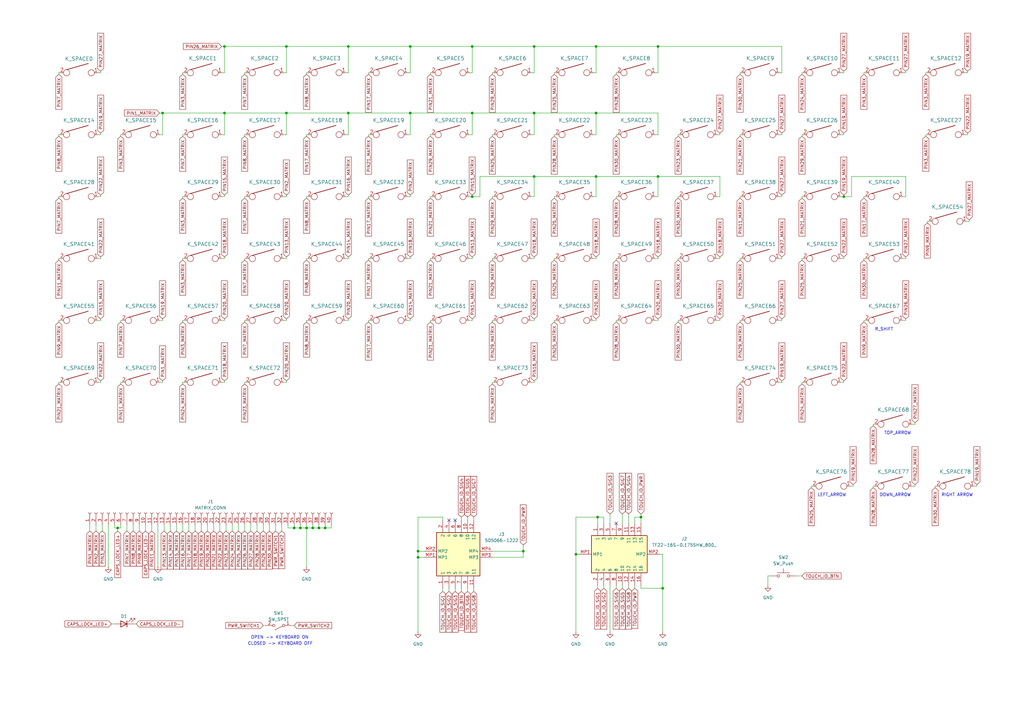
<source format=kicad_sch>
(kicad_sch (version 20231120) (generator "eeschema") (generator_version "8.0")
  (paper "A3")
  (title_block (title "The Hephaestus Mod - Main Board") (date "2024-08-02") (rev "1.0") (company "limentic"))
  (junction (at 168.275 19.05))
  (junction (at 168.275 46.355))
  (junction (at 117.475 19.05))
  (junction (at 193.675 46.355))
  (junction (at 244.475 72.39))
  (junction (at 133.35 216.535))
  (junction (at 219.075 72.39))
  (junction (at 125.73 216.535))
  (junction (at 92.075 46.355))
  (junction (at 245.11 212.09))
  (junction (at 123.19 216.535))
  (junction (at 262.89 212.09))
  (junction (at 128.27 216.535))
  (junction (at 48.26 216.535))
  (junction (at 346.075 80.645))
  (junction (at 193.675 80.645))
  (junction (at 92.075 19.05))
  (junction (at 244.475 19.05))
  (junction (at 120.65 216.535))
  (junction (at 269.875 72.39))
  (junction (at 66.675 46.355))
  (junction (at 271.78 241.3))
  (junction (at 142.875 46.355))
  (junction (at 117.475 46.355))
  (junction (at 142.875 19.05))
  (junction (at 236.22 227.33))
  (junction (at 171.45 228.6))
  (junction (at 171.45 226.06))
  (junction (at 269.875 19.05))
  (junction (at 244.475 46.355))
  (junction (at 219.075 19.05))
  (junction (at 130.81 216.535))
  (junction (at 219.075 46.355))
  (junction (at 214.63 226.06))
  (junction (at 193.675 19.05))
  (no_connect (at 252.73 214.63))
  (no_connect (at 186.69 213.36))
  (no_connect (at 184.15 213.36))
  (wire (pts (xy 100.33 30.48) (xy 100.33 29.845)))
  (wire (pts (xy 253.365 55.245) (xy 252.73 55.245)))
  (wire (pts (xy 227.33 81.28) (xy 227.33 80.645)))
  (wire (pts (xy 107.95 256.54) (xy 109.22 256.54)))
  (wire (pts (xy 128.27 216.535) (xy 125.73 216.535)))
  (wire (pts (xy 100.33 29.845) (xy 100.965 29.845)))
  (wire (pts (xy 24.13 156.845) (xy 24.765 156.845)))
  (wire (pts (xy 346.075 80.645) (xy 349.25 80.645)))
  (wire (pts (xy 316.23 236.22) (xy 314.96 236.22)))
  (wire (pts (xy 396.875 55.245) (xy 396.875 54.61)))
  (wire (pts (xy 278.13 106.68) (xy 278.13 106.045)))
  (wire (pts (xy 117.475 106.045) (xy 117.475 105.41)))
  (wire (pts (xy 396.875 29.845) (xy 396.875 29.21)))
  (wire (pts (xy 100.33 55.245) (xy 100.965 55.245)))
  (wire (pts (xy 262.89 210.82) (xy 262.89 212.09)))
  (wire (pts (xy 244.475 80.645) (xy 243.205 80.645)))
  (wire (pts (xy 201.93 55.245) (xy 202.565 55.245)))
  (wire (pts (xy 151.13 81.28) (xy 151.13 80.645)))
  (wire (pts (xy 186.69 241.3) (xy 186.69 242.57)))
  (wire (pts (xy 181.61 212.09) (xy 171.45 212.09)))
  (wire (pts (xy 383.54 200.025) (xy 383.54 199.39)))
  (wire (pts (xy 151.13 132.08) (xy 151.13 131.445)))
  (wire (pts (xy 219.075 80.645) (xy 219.075 72.39)))
  (wire (pts (xy 66.675 55.245) (xy 66.675 46.355)))
  (wire (pts (xy 349.885 199.39) (xy 349.885 198.755)))
  (wire (pts (xy 201.93 228.6) (xy 214.63 228.6)))
  (wire (pts (xy 303.53 132.08) (xy 303.53 131.445)))
  (wire (pts (xy 303.53 29.845) (xy 304.165 29.845)))
  (wire (pts (xy 176.53 80.645) (xy 177.165 80.645)))
  (wire (pts (xy 135.89 215.265) (xy 135.89 216.535)))
  (wire (pts (xy 380.365 91.44) (xy 380.365 90.805)))
  (wire (pts (xy 217.805 29.845) (xy 219.075 29.845)))
  (wire (pts (xy 74.93 215.265) (xy 74.93 217.805)))
  (wire (pts (xy 72.39 215.265) (xy 72.39 217.805)))
  (wire (pts (xy 120.65 216.535) (xy 118.11 216.535)))
  (wire (pts (xy 396.24 90.805) (xy 397.51 90.805)))
  (wire (pts (xy 77.47 215.265) (xy 77.47 217.805)))
  (wire (pts (xy 192.405 131.445) (xy 193.675 131.445)))
  (wire (pts (xy 332.74 199.39) (xy 333.375 199.39)))
  (wire (pts (xy 92.075 80.645) (xy 92.075 80.01)))
  (wire (pts (xy 346.075 106.045) (xy 346.075 105.41)))
  (wire (pts (xy 271.78 241.3) (xy 271.78 227.33)))
  (wire (pts (xy 201.93 30.48) (xy 201.93 29.845)))
  (wire (pts (xy 117.475 156.845) (xy 117.475 156.21)))
  (wire (pts (xy 92.075 29.845) (xy 92.075 19.05)))
  (wire (pts (xy 125.73 132.08) (xy 125.73 131.445)))
  (wire (pts (xy 269.875 19.05) (xy 269.875 29.845)))
  (wire (pts (xy 303.53 157.48) (xy 303.53 156.845)))
  (wire (pts (xy 151.13 106.68) (xy 151.13 106.045)))
  (wire (pts (xy 110.49 215.265) (xy 110.49 217.805)))
  (wire (pts (xy 40.005 131.445) (xy 41.275 131.445)))
  (wire (pts (xy 74.93 55.88) (xy 74.93 55.245)))
  (wire (pts (xy 102.87 215.265) (xy 102.87 217.805)))
  (wire (pts (xy 97.79 215.265) (xy 97.79 217.805)))
  (wire (pts (xy 105.41 215.265) (xy 105.41 217.805)))
  (wire (pts (xy 117.475 19.05) (xy 117.475 29.845)))
  (wire (pts (xy 219.075 19.05) (xy 244.475 19.05)))
  (wire (pts (xy 92.075 131.445) (xy 92.075 130.81)))
  (wire (pts (xy 74.93 55.245) (xy 75.565 55.245)))
  (wire (pts (xy 244.475 19.05) (xy 269.875 19.05)))
  (wire (pts (xy 217.805 131.445) (xy 219.075 131.445)))
  (wire (pts (xy 69.85 215.265) (xy 69.85 217.805)))
  (wire (pts (xy 123.19 216.535) (xy 120.65 216.535)))
  (wire (pts (xy 92.075 46.355) (xy 92.075 55.245)))
  (wire (pts (xy 346.075 80.01) (xy 346.075 80.645)))
  (wire (pts (xy 100.33 156.845) (xy 100.965 156.845)))
  (wire (pts (xy 269.875 55.245) (xy 268.605 55.245)))
  (wire (pts (xy 125.73 216.535) (xy 123.19 216.535)))
  (wire (pts (xy 117.475 19.05) (xy 142.875 19.05)))
  (wire (pts (xy 397.51 90.805) (xy 397.51 90.17)))
  (wire (pts (xy 168.275 131.445) (xy 168.275 130.81)))
  (wire (pts (xy 46.99 215.265) (xy 46.99 216.535)))
  (wire (pts (xy 358.14 174.625) (xy 358.14 173.99)))
  (wire (pts (xy 252.73 106.68) (xy 252.73 106.045)))
  (wire (pts (xy 24.13 29.845) (xy 24.765 29.845)))
  (wire (pts (xy 227.33 132.08) (xy 227.33 131.445)))
  (wire (pts (xy 328.93 80.645) (xy 329.565 80.645)))
  (wire (pts (xy 135.89 216.535) (xy 133.35 216.535)))
  (wire (pts (xy 125.73 131.445) (xy 126.365 131.445)))
  (wire (pts (xy 328.93 156.845) (xy 329.565 156.845)))
  (wire (pts (xy 49.53 131.445) (xy 50.165 131.445)))
  (wire (pts (xy 46.99 216.535) (xy 48.26 216.535)))
  (wire (pts (xy 328.93 29.845) (xy 329.565 29.845)))
  (wire (pts (xy 375.285 199.39) (xy 375.285 198.755)))
  (wire (pts (xy 90.805 131.445) (xy 92.075 131.445)))
  (wire (pts (xy 151.13 131.445) (xy 151.765 131.445)))
  (wire (pts (xy 349.25 72.39) (xy 371.475 72.39)))
  (wire (pts (xy 74.93 131.445) (xy 75.565 131.445)))
  (wire (pts (xy 319.405 131.445) (xy 320.675 131.445)))
  (wire (pts (xy 379.73 55.88) (xy 379.73 55.245)))
  (wire (pts (xy 133.35 216.535) (xy 130.81 216.535)))
  (wire (pts (xy 65.405 156.845) (xy 66.675 156.845)))
  (wire (pts (xy 117.475 131.445) (xy 117.475 130.81)))
  (wire (pts (xy 74.93 81.28) (xy 74.93 80.645)))
  (wire (pts (xy 66.675 131.445) (xy 65.405 131.445)))
  (wire (pts (xy 66.675 46.355) (xy 92.075 46.355)))
  (wire (pts (xy 358.14 200.025) (xy 358.14 199.39)))
  (wire (pts (xy 125.73 55.88) (xy 125.73 55.245)))
  (wire (pts (xy 142.875 131.445) (xy 142.875 130.81)))
  (wire (pts (xy 151.13 80.645) (xy 151.765 80.645)))
  (wire (pts (xy 244.475 72.39) (xy 269.875 72.39)))
  (wire (pts (xy 303.53 55.245) (xy 304.165 55.245)))
  (wire (pts (xy 100.33 55.88) (xy 100.33 55.245)))
  (wire (pts (xy 92.075 55.245) (xy 90.805 55.245)))
  (wire (pts (xy 354.33 106.68) (xy 354.33 106.045)))
  (wire (pts (xy 49.53 55.245) (xy 50.165 55.245)))
  (wire (pts (xy 125.73 81.28) (xy 125.73 80.645)))
  (wire (pts (xy 49.53 157.48) (xy 49.53 156.845)))
  (wire (pts (xy 344.805 29.845) (xy 346.075 29.845)))
  (wire (pts (xy 67.31 215.265) (xy 67.31 217.805)))
  (wire (pts (xy 181.61 213.36) (xy 181.61 212.09)))
  (wire (pts (xy 319.405 156.845) (xy 320.675 156.845)))
  (wire (pts (xy 247.65 214.63) (xy 247.65 212.09)))
  (wire (pts (xy 100.33 80.645) (xy 100.965 80.645)))
  (wire (pts (xy 66.675 46.355) (xy 65.405 46.355)))
  (wire (pts (xy 201.93 55.88) (xy 201.93 55.245)))
  (wire (pts (xy 62.23 215.265) (xy 62.23 217.805)))
  (wire (pts (xy 328.93 106.68) (xy 328.93 106.045)))
  (wire (pts (xy 219.075 106.045) (xy 219.075 105.41)))
  (wire (pts (xy 400.685 199.39) (xy 400.685 198.755)))
  (wire (pts (xy 40.005 80.645) (xy 41.275 80.645)))
  (wire (pts (xy 100.33 131.445) (xy 100.965 131.445)))
  (wire (pts (xy 116.205 29.845) (xy 117.475 29.845)))
  (wire (pts (xy 191.77 212.09) (xy 191.77 213.36)))
  (wire (pts (xy 196.85 72.39) (xy 196.85 80.645)))
  (wire (pts (xy 141.605 55.245) (xy 142.875 55.245)))
  (wire (pts (xy 217.805 156.845) (xy 219.075 156.845)))
  (wire (pts (xy 194.31 241.3) (xy 194.31 242.57)))
  (wire (pts (xy 260.35 212.09) (xy 262.89 212.09)))
  (wire (pts (xy 48.26 216.535) (xy 48.26 217.805)))
  (wire (pts (xy 252.73 55.245) (xy 252.73 55.88)))
  (wire (pts (xy 100.33 132.08) (xy 100.33 131.445)))
  (wire (pts (xy 168.275 29.845) (xy 168.275 19.05)))
  (wire (pts (xy 41.275 55.245) (xy 41.275 54.61)))
  (wire (pts (xy 59.69 215.265) (xy 59.69 217.805)))
  (wire (pts (xy 141.605 131.445) (xy 142.875 131.445)))
  (wire (pts (xy 151.13 30.48) (xy 151.13 29.845)))
  (wire (pts (xy 130.81 216.535) (xy 128.27 216.535)))
  (wire (pts (xy 374.015 173.99) (xy 375.285 173.99)))
  (wire (pts (xy 303.53 106.68) (xy 303.53 106.045)))
  (wire (pts (xy 24.13 132.08) (xy 24.13 131.445)))
  (wire (pts (xy 90.805 19.05) (xy 92.075 19.05)))
  (wire (pts (xy 354.33 81.28) (xy 354.33 80.645)))
  (wire (pts (xy 252.73 81.28) (xy 252.73 80.645)))
  (wire (pts (xy 395.605 29.845) (xy 396.875 29.845)))
  (wire (pts (xy 41.275 80.645) (xy 41.275 80.01)))
  (wire (pts (xy 371.475 80.645) (xy 370.205 80.645)))
  (wire (pts (xy 82.55 215.265) (xy 82.55 217.805)))
  (wire (pts (xy 255.27 240.03) (xy 255.27 241.3)))
  (wire (pts (xy 294.005 131.445) (xy 295.275 131.445)))
  (wire (pts (xy 151.13 55.88) (xy 151.13 55.245)))
  (wire (pts (xy 295.275 55.245) (xy 295.275 54.61)))
  (wire (pts (xy 303.53 81.28) (xy 303.53 80.645)))
  (wire (pts (xy 320.675 29.845) (xy 319.405 29.845)))
  (wire (pts (xy 227.33 106.045) (xy 227.965 106.045)))
  (wire (pts (xy 295.275 80.645) (xy 294.005 80.645)))
  (wire (pts (xy 395.605 55.245) (xy 396.875 55.245)))
  (wire (pts (xy 49.53 132.08) (xy 49.53 131.445)))
  (wire (pts (xy 192.405 29.845) (xy 193.675 29.845)))
  (wire (pts (xy 269.875 105.41) (xy 269.875 106.045)))
  (wire (pts (xy 320.675 131.445) (xy 320.675 130.81)))
  (wire (pts (xy 346.075 29.845) (xy 346.075 29.21)))
  (wire (pts (xy 201.93 157.48) (xy 201.93 156.845)))
  (wire (pts (xy 328.93 157.48) (xy 328.93 156.845)))
  (wire (pts (xy 193.675 131.445) (xy 193.675 130.81)))
  (wire (pts (xy 375.285 173.99) (xy 375.285 173.355)))
  (wire (pts (xy 244.475 106.045) (xy 243.205 106.045)))
  (wire (pts (xy 176.53 106.045) (xy 177.165 106.045)))
  (wire (pts (xy 244.475 72.39) (xy 244.475 80.645)))
  (wire (pts (xy 257.81 240.03) (xy 257.81 241.3)))
  (wire (pts (xy 24.13 81.28) (xy 24.13 80.645)))
  (wire (pts (xy 219.075 131.445) (xy 219.075 130.81)))
  (wire (pts (xy 219.075 46.355) (xy 244.475 46.355)))
  (wire (pts (xy 227.33 131.445) (xy 227.965 131.445)))
  (wire (pts (xy 252.73 240.03) (xy 252.73 241.3)))
  (wire (pts (xy 142.875 80.645) (xy 142.875 80.01)))
  (wire (pts (xy 49.53 156.845) (xy 50.165 156.845)))
  (wire (pts (xy 115.57 215.265) (xy 115.57 217.805)))
  (wire (pts (xy 371.475 106.045) (xy 371.475 105.41)))
  (wire (pts (xy 113.03 215.265) (xy 113.03 217.805)))
  (wire (pts (xy 227.33 29.845) (xy 227.965 29.845)))
  (wire (pts (xy 262.89 240.03) (xy 262.89 241.3)))
  (wire (pts (xy 247.65 212.09) (xy 245.11 212.09)))
  (wire (pts (xy 303.53 156.845) (xy 304.165 156.845)))
  (wire (pts (xy 92.075 156.845) (xy 92.075 156.21)))
  (wire (pts (xy 294.005 106.045) (xy 295.275 106.045)))
  (wire (pts (xy 348.615 199.39) (xy 349.885 199.39)))
  (wire (pts (xy 176.53 29.845) (xy 177.165 29.845)))
  (wire (pts (xy 295.275 72.39) (xy 295.275 80.645)))
  (wire (pts (xy 176.53 81.28) (xy 176.53 80.645)))
  (wire (pts (xy 245.11 212.09) (xy 236.22 212.09)))
  (wire (pts (xy 167.005 29.845) (xy 168.275 29.845)))
  (wire (pts (xy 255.27 210.82) (xy 255.27 214.63)))
  (wire (pts (xy 74.93 157.48) (xy 74.93 156.845)))
  (wire (pts (xy 354.33 131.445) (xy 354.965 131.445)))
  (wire (pts (xy 379.73 30.48) (xy 379.73 29.845)))
  (wire (pts (xy 326.39 236.22) (xy 328.93 236.22)))
  (wire (pts (xy 49.53 55.88) (xy 49.53 55.245)))
  (wire (pts (xy 303.53 55.88) (xy 303.53 55.245)))
  (wire (pts (xy 227.33 30.48) (xy 227.33 29.845)))
  (wire (pts (xy 130.81 215.265) (xy 130.81 216.535)))
  (wire (pts (xy 243.205 131.445) (xy 244.475 131.445)))
  (wire (pts (xy 87.63 215.265) (xy 87.63 217.805)))
  (wire (pts (xy 54.61 215.265) (xy 54.61 217.805)))
  (wire (pts (xy 41.275 106.045) (xy 40.005 106.045)))
  (wire (pts (xy 193.675 46.355) (xy 219.075 46.355)))
  (wire (pts (xy 41.91 215.265) (xy 41.91 217.805)))
  (wire (pts (xy 167.005 80.645) (xy 168.275 80.645)))
  (wire (pts (xy 354.33 30.48) (xy 354.33 29.845)))
  (wire (pts (xy 90.805 80.645) (xy 92.075 80.645)))
  (wire (pts (xy 100.33 106.68) (xy 100.33 106.045)))
  (wire (pts (xy 332.74 200.025) (xy 332.74 199.39)))
  (wire (pts (xy 168.275 46.355) (xy 168.275 55.245)))
  (wire (pts (xy 201.93 80.645) (xy 202.565 80.645)))
  (wire (pts (xy 344.805 55.245) (xy 346.075 55.245)))
  (wire (pts (xy 168.275 46.355) (xy 193.675 46.355)))
  (wire (pts (xy 45.72 255.905) (xy 46.99 255.905)))
  (wire (pts (xy 193.675 46.355) (xy 193.675 55.245)))
  (wire (pts (xy 236.22 212.09) (xy 236.22 227.33)))
  (wire (pts (xy 74.93 80.645) (xy 75.565 80.645)))
  (wire (pts (xy 141.605 80.645) (xy 142.875 80.645)))
  (wire (pts (xy 201.93 29.845) (xy 202.565 29.845)))
  (wire (pts (xy 201.93 132.08) (xy 201.93 131.445)))
  (wire (pts (xy 219.075 72.39) (xy 196.85 72.39)))
  (wire (pts (xy 41.275 156.845) (xy 41.275 156.21)))
  (wire (pts (xy 116.205 131.445) (xy 117.475 131.445)))
  (wire (pts (xy 379.73 55.245) (xy 380.365 55.245)))
  (wire (pts (xy 100.33 215.265) (xy 100.33 217.805)))
  (wire (pts (xy 167.005 131.445) (xy 168.275 131.445)))
  (wire (pts (xy 262.89 241.3) (xy 271.78 241.3)))
  (wire (pts (xy 171.45 228.6) (xy 171.45 259.08)))
  (wire (pts (xy 245.11 212.09) (xy 245.11 214.63)))
  (wire (pts (xy 193.675 80.645) (xy 193.675 80.01)))
  (wire (pts (xy 44.45 215.265) (xy 44.45 232.41)))
  (wire (pts (xy 278.13 55.245) (xy 278.765 55.245)))
  (wire (pts (xy 252.73 80.645) (xy 253.365 80.645)))
  (wire (pts (xy 268.605 131.445) (xy 269.875 131.445)))
  (wire (pts (xy 328.93 30.48) (xy 328.93 29.845)))
  (wire (pts (xy 370.205 29.845) (xy 371.475 29.845)))
  (wire (pts (xy 269.875 46.355) (xy 269.875 55.245)))
  (wire (pts (xy 201.93 226.06) (xy 214.63 226.06)))
  (wire (pts (xy 371.475 131.445) (xy 371.475 130.81)))
  (wire (pts (xy 116.205 80.645) (xy 117.475 80.645)))
  (wire (pts (xy 201.93 156.845) (xy 202.565 156.845)))
  (wire (pts (xy 36.83 215.265) (xy 36.83 217.805)))
  (wire (pts (xy 141.605 106.045) (xy 142.875 106.045)))
  (wire (pts (xy 168.275 19.05) (xy 193.675 19.05)))
  (wire (pts (xy 354.33 80.645) (xy 354.965 80.645)))
  (wire (pts (xy 117.475 80.645) (xy 117.475 80.01)))
  (wire (pts (xy 252.73 29.845) (xy 253.365 29.845)))
  (wire (pts (xy 167.005 55.245) (xy 168.275 55.245)))
  (wire (pts (xy 116.205 106.045) (xy 117.475 106.045)))
  (wire (pts (xy 314.96 236.22) (xy 314.96 240.03)))
  (wire (pts (xy 193.675 106.045) (xy 193.675 105.41)))
  (wire (pts (xy 201.93 131.445) (xy 202.565 131.445)))
  (wire (pts (xy 48.26 216.535) (xy 49.53 216.535)))
  (wire (pts (xy 80.01 215.265) (xy 80.01 217.805)))
  (wire (pts (xy 66.675 156.845) (xy 66.675 156.21)))
  (wire (pts (xy 24.13 80.645) (xy 24.765 80.645)))
  (wire (pts (xy 328.93 55.245) (xy 329.565 55.245)))
  (wire (pts (xy 295.275 106.045) (xy 295.275 105.41)))
  (wire (pts (xy 52.07 215.265) (xy 52.07 217.8111)))
  (wire (pts (xy 176.53 55.88) (xy 176.53 55.245)))
  (wire (pts (xy 320.675 80.645) (xy 320.675 80.01)))
  (wire (pts (xy 278.13 106.045) (xy 278.765 106.045)))
  (wire (pts (xy 244.475 46.355) (xy 269.875 46.355)))
  (wire (pts (xy 189.23 212.09) (xy 189.23 213.36)))
  (wire (pts (xy 107.95 215.265) (xy 107.95 217.805)))
  (wire (pts (xy 128.27 215.265) (xy 128.27 216.535)))
  (wire (pts (xy 371.475 72.39) (xy 371.475 80.645)))
  (wire (pts (xy 41.275 29.845) (xy 40.005 29.845)))
  (wire (pts (xy 354.33 106.045) (xy 354.965 106.045)))
  (wire (pts (xy 328.93 55.88) (xy 328.93 55.245)))
  (wire (pts (xy 244.475 105.41) (xy 244.475 106.045)))
  (wire (pts (xy 120.65 215.265) (xy 120.65 216.535)))
  (wire (pts (xy 100.33 106.045) (xy 100.965 106.045)))
  (wire (pts (xy 320.675 19.05) (xy 320.675 29.845)))
  (wire (pts (xy 24.13 106.68) (xy 24.13 106.045)))
  (wire (pts (xy 92.075 46.355) (xy 117.475 46.355)))
  (wire (pts (xy 269.875 19.05) (xy 320.675 19.05)))
  (wire (pts (xy 236.22 227.33) (xy 236.22 259.08)))
  (wire (pts (xy 303.53 106.045) (xy 304.165 106.045)))
  (wire (pts (xy 49.53 215.265) (xy 49.53 216.535)))
  (wire (pts (xy 125.73 216.535) (xy 125.73 232.41)))
  (wire (pts (xy 250.19 210.82) (xy 250.19 214.63)))
  (wire (pts (xy 214.63 228.6) (xy 214.63 226.06)))
  (wire (pts (xy 41.275 131.445) (xy 41.275 130.81)))
  (wire (pts (xy 260.35 240.03) (xy 260.35 241.3)))
  (wire (pts (xy 270.51 227.33) (xy 271.78 227.33)))
  (wire (pts (xy 176.53 131.445) (xy 177.165 131.445)))
  (wire (pts (xy 92.075 106.045) (xy 92.075 105.41)))
  (wire (pts (xy 219.075 29.845) (xy 219.075 19.05)))
  (wire (pts (xy 201.93 81.28) (xy 201.93 80.645)))
  (wire (pts (xy 257.81 210.82) (xy 257.81 214.63)))
  (wire (pts (xy 217.805 55.245) (xy 219.075 55.245)))
  (wire (pts (xy 142.875 46.355) (xy 168.275 46.355)))
  (wire (pts (xy 176.53 55.245) (xy 177.165 55.245)))
  (wire (pts (xy 214.63 226.06) (xy 214.63 223.52)))
  (wire (pts (xy 125.73 215.265) (xy 125.73 216.535)))
  (wire (pts (xy 176.53 106.68) (xy 176.53 106.045)))
  (wire (pts (xy 196.85 80.645) (xy 193.675 80.645)))
  (wire (pts (xy 303.53 30.48) (xy 303.53 29.845)))
  (wire (pts (xy 74.93 106.68) (xy 74.93 106.045)))
  (wire (pts (xy 219.075 46.355) (xy 219.075 55.245)))
  (wire (pts (xy 151.13 29.845) (xy 151.765 29.845)))
  (wire (pts (xy 269.875 131.445) (xy 269.875 130.81)))
  (wire (pts (xy 269.875 106.045) (xy 268.605 106.045)))
  (wire (pts (xy 142.875 19.05) (xy 168.275 19.05)))
  (wire (pts (xy 40.005 55.245) (xy 41.275 55.245)))
  (wire (pts (xy 371.475 29.845) (xy 371.475 29.21)))
  (wire (pts (xy 278.13 81.28) (xy 278.13 80.645)))
  (wire (pts (xy 74.93 30.48) (xy 74.93 29.845)))
  (wire (pts (xy 328.93 106.045) (xy 329.565 106.045)))
  (wire (pts (xy 24.13 55.88) (xy 24.13 55.245)))
  (wire (pts (xy 346.075 156.845) (xy 346.075 156.21)))
  (wire (pts (xy 243.205 29.845) (xy 244.475 29.845)))
  (wire (pts (xy 243.205 55.245) (xy 244.475 55.245)))
  (wire (pts (xy 39.37 215.265) (xy 39.37 217.805)))
  (wire (pts (xy 95.25 215.265) (xy 95.25 217.805)))
  (wire (pts (xy 100.33 157.48) (xy 100.33 156.845)))
  (wire (pts (xy 116.205 55.245) (xy 117.475 55.245)))
  (wire (pts (xy 54.61 255.905) (xy 55.88 255.905)))
  (wire (pts (xy 24.13 30.48) (xy 24.13 29.845)))
  (wire (pts (xy 217.805 80.645) (xy 219.075 80.645)))
  (wire (pts (xy 217.805 106.045) (xy 219.075 106.045)))
  (wire (pts (xy 227.33 55.245) (xy 227.965 55.245)))
  (wire (pts (xy 191.77 241.3) (xy 191.77 242.57)))
  (wire (pts (xy 24.13 131.445) (xy 24.765 131.445)))
  (wire (pts (xy 142.875 106.045) (xy 142.875 105.41)))
  (wire (pts (xy 193.675 29.845) (xy 193.675 19.05)))
  (wire (pts (xy 252.73 30.48) (xy 252.73 29.845)))
  (wire (pts (xy 74.93 29.845) (xy 75.565 29.845)))
  (wire (pts (xy 142.875 19.05) (xy 142.875 29.845)))
  (wire (pts (xy 269.875 72.39) (xy 295.275 72.39)))
  (wire (pts (xy 319.405 106.045) (xy 320.675 106.045)))
  (wire (pts (xy 278.13 132.08) (xy 278.13 131.445)))
  (wire (pts (xy 41.275 29.845) (xy 41.275 29.21)))
  (wire (pts (xy 252.73 131.445) (xy 253.365 131.445)))
  (wire (pts (xy 151.13 55.245) (xy 151.765 55.245)))
  (wire (pts (xy 237.49 227.33) (xy 236.22 227.33)))
  (wire (pts (xy 268.605 29.845) (xy 269.875 29.845)))
  (wire (pts (xy 142.875 55.245) (xy 142.875 46.355)))
  (wire (pts (xy 346.075 55.245) (xy 346.075 54.61)))
  (wire (pts (xy 66.675 130.81) (xy 66.675 131.445)))
  (wire (pts (xy 227.33 106.68) (xy 227.33 106.045)))
  (wire (pts (xy 269.875 72.39) (xy 269.875 80.645)))
  (wire (pts (xy 116.205 156.845) (xy 117.475 156.845)))
  (wire (pts (xy 141.605 29.845) (xy 142.875 29.845)))
  (wire (pts (xy 344.805 106.045) (xy 346.075 106.045)))
  (wire (pts (xy 118.11 215.265) (xy 118.11 216.535)))
  (wire (pts (xy 125.73 106.045) (xy 126.365 106.045)))
  (wire (pts (xy 193.675 19.05) (xy 219.075 19.05)))
  (wire (pts (xy 192.405 106.045) (xy 193.675 106.045)))
  (wire (pts (xy 320.675 55.245) (xy 320.675 54.61)))
  (wire (pts (xy 57.15 215.265) (xy 57.15 217.805)))
  (wire (pts (xy 201.93 106.045) (xy 202.565 106.045)))
  (wire (pts (xy 244.475 131.445) (xy 244.475 130.81)))
  (wire (pts (xy 24.13 157.48) (xy 24.13 156.845)))
  (wire (pts (xy 65.405 55.245) (xy 66.675 55.245)))
  (wire (pts (xy 354.33 132.08) (xy 354.33 131.445)))
  (wire (pts (xy 269.875 80.645) (xy 268.605 80.645)))
  (wire (pts (xy 171.45 226.06) (xy 171.45 228.6)))
  (wire (pts (xy 74.93 156.845) (xy 75.565 156.845)))
  (wire (pts (xy 117.475 46.355) (xy 142.875 46.355)))
  (wire (pts (xy 171.45 228.6) (xy 173.99 228.6)))
  (wire (pts (xy 85.09 215.265) (xy 85.09 217.805)))
  (wire (pts (xy 90.17 215.265) (xy 90.17 217.805)))
  (wire (pts (xy 370.205 131.445) (xy 371.475 131.445)))
  (wire (pts (xy 244.475 19.05) (xy 244.475 29.845)))
  (wire (pts (xy 344.805 156.845) (xy 346.075 156.845)))
  (wire (pts (xy 271.78 259.08) (xy 271.78 241.3)))
  (wire (pts (xy 168.275 80.645) (xy 168.275 80.01)))
  (wire (pts (xy 278.13 55.88) (xy 278.13 55.245)))
  (wire (pts (xy 260.35 214.63) (xy 260.35 212.09)))
  (wire (pts (xy 171.45 212.09) (xy 171.45 226.06)))
  (wire (pts (xy 125.73 55.245) (xy 126.365 55.245)))
  (wire (pts (xy 349.25 80.645) (xy 349.25 72.39)))
  (wire (pts (xy 117.475 46.355) (xy 117.475 55.245)))
  (wire (pts (xy 227.33 80.645) (xy 227.965 80.645)))
  (wire (pts (xy 64.77 215.265) (xy 64.77 232.41)))
  (wire (pts (xy 244.475 46.355) (xy 244.475 55.245)))
  (wire (pts (xy 90.805 29.845) (xy 92.075 29.845)))
  (wire (pts (xy 194.31 212.09) (xy 194.31 213.36)))
  (wire (pts (xy 92.71 215.265) (xy 92.71 217.805)))
  (wire (pts (xy 125.73 30.48) (xy 125.73 29.845)))
  (wire (pts (xy 167.005 106.045) (xy 168.275 106.045)))
  (wire (pts (xy 100.33 81.28) (xy 100.33 80.645)))
  (wire (pts (xy 74.93 106.045) (xy 75.565 106.045)))
  (wire (pts (xy 303.53 80.645) (xy 304.165 80.645)))
  (wire (pts (xy 92.075 19.05) (xy 117.475 19.05)))
  (wire (pts (xy 303.53 131.445) (xy 304.165 131.445)))
  (wire (pts (xy 192.405 55.245) (xy 193.675 55.245)))
  (wire (pts (xy 252.73 132.08) (xy 252.73 131.445)))
  (wire (pts (xy 125.73 29.845) (xy 126.365 29.845)))
  (wire (pts (xy 133.35 215.265) (xy 133.35 216.535)))
  (wire (pts (xy 245.11 240.03) (xy 245.11 241.3)))
  (wire (pts (xy 262.89 212.09) (xy 262.89 214.63)))
  (wire (pts (xy 74.93 132.08) (xy 74.93 131.445)))
  (wire (pts (xy 294.005 55.245) (xy 295.275 55.245)))
  (wire (pts (xy 320.675 106.045) (xy 320.675 105.41)))
  (wire (pts (xy 176.53 30.48) (xy 176.53 29.845)))
  (wire (pts (xy 173.99 226.06) (xy 171.45 226.06)))
  (wire (pts (xy 219.075 156.845) (xy 219.075 156.21)))
  (wire (pts (xy 41.275 106.045) (xy 41.275 105.41)))
  (wire (pts (xy 380.365 90.805) (xy 381 90.805)))
  (wire (pts (xy 119.38 256.54) (xy 120.65 256.54)))
  (wire (pts (xy 90.805 156.845) (xy 92.075 156.845)))
  (wire (pts (xy 379.73 29.845) (xy 380.365 29.845)))
  (wire (pts (xy 328.93 81.28) (xy 328.93 80.645)))
  (wire (pts (xy 295.275 131.445) (xy 295.275 130.81)))
  (wire (pts (xy 90.805 106.045) (xy 92.075 106.045)))
  (wire (pts (xy 151.13 106.045) (xy 151.765 106.045)))
  (wire (pts (xy 374.015 199.39) (xy 375.285 199.39)))
  (wire (pts (xy 227.33 55.88) (xy 227.33 55.245)))
  (wire (pts (xy 189.23 241.3) (xy 189.23 242.57)))
  (wire (pts (xy 319.405 55.245) (xy 320.675 55.245)))
  (wire (pts (xy 278.13 131.445) (xy 278.765 131.445)))
  (wire (pts (xy 319.405 80.645) (xy 320.675 80.645)))
  (wire (pts (xy 176.53 132.08) (xy 176.53 131.445)))
  (wire (pts (xy 278.13 80.645) (xy 278.765 80.645)))
  (wire (pts (xy 358.14 199.39) (xy 358.775 199.39)))
  (wire (pts (xy 399.415 199.39) (xy 400.685 199.39)))
  (wire (pts (xy 219.075 72.39) (xy 244.475 72.39)))
  (wire (pts (xy 344.805 80.645) (xy 346.075 80.645)))
  (wire (pts (xy 354.33 29.845) (xy 354.965 29.845)))
  (wire (pts (xy 250.19 240.03) (xy 250.19 259.08)))
  (wire (pts (xy 320.675 156.845) (xy 320.675 156.21)))
  (wire (pts (xy 123.19 215.265) (xy 123.19 216.535)))
  (wire (pts (xy 184.15 241.3) (xy 184.15 242.57)))
  (wire (pts (xy 247.65 240.03) (xy 247.65 241.3)))
  (wire (pts (xy 40.005 156.845) (xy 41.275 156.845)))
  (wire (pts (xy 192.405 80.645) (xy 193.675 80.645)))
  (wire (pts (xy 201.93 106.68) (xy 201.93 106.045)))
  (wire (pts (xy 24.13 106.045) (xy 24.765 106.045)))
  (wire (pts (xy 125.73 80.645) (xy 126.365 80.645)))
  (wire (pts (xy 358.14 173.99) (xy 358.775 173.99)))
  (wire (pts (xy 24.13 55.245) (xy 24.765 55.245)))
  (wire (pts (xy 383.54 199.39) (xy 384.175 199.39)))
  (wire (pts (xy 370.205 106.045) (xy 371.475 106.045)))
  (wire (pts (xy 252.73 106.045) (xy 253.365 106.045)))
  (wire (pts (xy 125.73 106.68) (xy 125.73 106.045)))
  (wire (pts (xy 168.275 106.045) (xy 168.275 105.41)))
  (wire (pts (xy 181.61 241.3) (xy 181.61 242.57)))
  (text "R_SHIFT" (at 358.775 135.89 0) (effects (font (size 1.27 1.27)) (justify left bottom)))
  (text "DOWN_ARROW" (at 360.68 203.835 0) (effects (font (size 1.27 1.27)) (justify left bottom)))
  (text "TOP_ARROW" (at 362.585 178.435 0) (effects (font (size 1.27 1.27)) (justify left bottom)))
  (text "RIGHT ARROW" (at 386.08 203.835 0) (effects (font (size 1.27 1.27)) (justify left bottom)))
  (text "OPEN -> KEYBOARD ON" (at 102.87 262.255 0) (effects (font (size 1.27 1.27)) (justify left bottom)))
  (text "CLOSED -> KEYBOARD OFF" (at 101.6 264.795 0) (effects (font (size 1.27 1.27)) (justify left bottom)))
  (text "LEFT_ARROW" (at 335.28 203.835 0) (effects (font (size 1.27 1.27)) (justify left bottom)))
  (global_label "PIN15_MATRIX" (shape input) (at 41.275 130.81 90) (property "Intersheetrefs" "${INTERSHEET_REFS}" (effects (hide yes))))
  (global_label "TOUCH_ID_SIG6" (shape input) (at 191.77 242.57 270) (property "Intersheetrefs" "${INTERSHEET_REFS}" (effects (hide yes))))
  (global_label "PIN23_MATRIX" (shape input) (at 278.13 55.88 270) (property "Intersheetrefs" "${INTERSHEET_REFS}" (effects (hide yes))))
  (global_label "PIN25_MATRIX" (shape input) (at 303.53 106.68 270) (property "Intersheetrefs" "${INTERSHEET_REFS}" (effects (hide yes))))
  (global_label "PIN29_MATRIX" (shape input) (at 201.93 132.08 270) (property "Intersheetrefs" "${INTERSHEET_REFS}" (effects (hide yes))))
  (global_label "PIN15_MATRIX" (shape input) (at 193.675 80.01 90) (property "Intersheetrefs" "${INTERSHEET_REFS}" (effects (hide yes))))
  (global_label "PIN7_MATRIX" (shape input) (at 24.13 81.28 270) (property "Intersheetrefs" "${INTERSHEET_REFS}" (effects (hide yes))))
  (global_label "PIN20_MATRIX" (shape input) (at 244.475 130.81 90) (property "Intersheetrefs" "${INTERSHEET_REFS}" (effects (hide yes))))
  (global_label "PIN2_MATRIX" (shape input) (at 168.275 80.01 90) (property "Intersheetrefs" "${INTERSHEET_REFS}" (effects (hide yes))))
  (global_label "PIN9_MATRIX" (shape input) (at 354.33 132.08 270) (property "Intersheetrefs" "${INTERSHEET_REFS}" (effects (hide yes))))
  (global_label "PIN29_MATRIX" (shape input) (at 176.53 55.88 270) (property "Intersheetrefs" "${INTERSHEET_REFS}" (effects (hide yes))))
  (global_label "PIN20_MATRIX" (shape input) (at 92.075 130.81 90) (property "Intersheetrefs" "${INTERSHEET_REFS}" (effects (hide yes))))
  (global_label "PIN2_MATRIX" (shape input) (at 39.37 217.805 270) (property "Intersheetrefs" "${INTERSHEET_REFS}" (effects (hide yes))))
  (global_label "PIN25_MATRIX" (shape input) (at 328.93 106.68 270) (property "Intersheetrefs" "${INTERSHEET_REFS}" (effects (hide yes))))
  (global_label "PIN17_MATRIX" (shape input) (at 151.13 132.08 270) (property "Intersheetrefs" "${INTERSHEET_REFS}" (effects (hide yes))))
  (global_label "PWR_SWITCH1" (shape input) (at 107.95 256.54 180) (property "Intersheetrefs" "${INTERSHEET_REFS}" (effects (hide yes))))
  (global_label "PIN17_MATRIX" (shape input) (at 354.33 81.28 270) (property "Intersheetrefs" "${INTERSHEET_REFS}" (effects (hide yes))))
  (global_label "PIN28_MATRIX" (shape input) (at 252.73 30.48 270) (property "Intersheetrefs" "${INTERSHEET_REFS}" (effects (hide yes))))
  (global_label "PIN27_MATRIX" (shape input) (at 295.275 54.61 90) (property "Intersheetrefs" "${INTERSHEET_REFS}" (effects (hide yes))))
  (global_label "PIN29_MATRIX" (shape input) (at 201.93 106.68 270) (property "Intersheetrefs" "${INTERSHEET_REFS}" (effects (hide yes))))
  (global_label "PIN25_MATRIX" (shape input) (at 227.33 132.08 270) (property "Intersheetrefs" "${INTERSHEET_REFS}" (effects (hide yes))))
  (global_label "TOUCH_ID_SIG4" (shape input) (at 257.81 210.82 90) (property "Intersheetrefs" "${INTERSHEET_REFS}" (effects (hide yes))))
  (global_label "PIN29_MATRIX" (shape input) (at 328.93 55.88 270) (property "Intersheetrefs" "${INTERSHEET_REFS}" (effects (hide yes))))
  (global_label "PIN18_MATRIX" (shape input) (at 244.475 105.41 90) (property "Intersheetrefs" "${INTERSHEET_REFS}" (effects (hide yes))))
  (global_label "PIN13_MATRIX" (shape input) (at 67.31 217.805 270) (property "Intersheetrefs" "${INTERSHEET_REFS}" (effects (hide yes))))
  (global_label "PIN24_MATRIX" (shape input) (at 201.93 157.48 270) (property "Intersheetrefs" "${INTERSHEET_REFS}" (effects (hide yes))))
  (global_label "CAPS_LOCK_LED+" (shape input) (at 45.72 255.905 180) (property "Intersheetrefs" "${INTERSHEET_REFS}" (effects (hide yes))))
  (global_label "TOUCH_ID_SIG7" (shape input) (at 255.27 210.82 90) (property "Intersheetrefs" "${INTERSHEET_REFS}" (effects (hide yes))))
  (global_label "PIN19_MATRIX" (shape input) (at 82.55 217.805 270) (property "Intersheetrefs" "${INTERSHEET_REFS}" (effects (hide yes))))
  (global_label "CAPS_LOCK_LED-" (shape input) (at 55.88 255.905 0) (property "Intersheetrefs" "${INTERSHEET_REFS}" (effects (hide yes))))
  (global_label "PIN20_MATRIX" (shape input) (at 295.275 130.81 90) (property "Intersheetrefs" "${INTERSHEET_REFS}" (effects (hide yes))))
  (global_label "TOUCH_ID_SIG3" (shape input) (at 186.69 242.57 270) (property "Intersheetrefs" "${INTERSHEET_REFS}" (effects (hide yes))))
  (global_label "PIN30_MATRIX" (shape input) (at 252.73 55.88 270) (property "Intersheetrefs" "${INTERSHEET_REFS}" (effects (hide yes))))
  (global_label "PIN18_MATRIX" (shape input) (at 219.075 105.41 90) (property "Intersheetrefs" "${INTERSHEET_REFS}" (effects (hide yes))))
  (global_label "PIN17_MATRIX" (shape input) (at 151.13 30.48 270) (property "Intersheetrefs" "${INTERSHEET_REFS}" (effects (hide yes))))
  (global_label "PIN25_MATRIX" (shape input) (at 227.33 30.48 270) (property "Intersheetrefs" "${INTERSHEET_REFS}" (effects (hide yes))))
  (global_label "TOUCH_ID_SIG5" (shape input) (at 191.77 212.09 90) (property "Intersheetrefs" "${INTERSHEET_REFS}" (effects (hide yes))))
  (global_label "PIN7_MATRIX" (shape input) (at 52.07 217.8111 270) (property "Intersheetrefs" "${INTERSHEET_REFS}" (effects (hide yes))))
  (global_label "PIN28_MATRIX" (shape input) (at 252.73 81.28 270) (property "Intersheetrefs" "${INTERSHEET_REFS}" (effects (hide yes))))
  (global_label "TOUCH_ID_SIG6" (shape input) (at 252.73 241.3 270) (property "Intersheetrefs" "${INTERSHEET_REFS}" (effects (hide yes))))
  (global_label "PIN30_MATRIX" (shape input) (at 383.54 200.025 270) (property "Intersheetrefs" "${INTERSHEET_REFS}" (effects (hide yes))))
  (global_label "PIN18_MATRIX" (shape input) (at 168.275 105.41 90) (property "Intersheetrefs" "${INTERSHEET_REFS}" (effects (hide yes))))
  (global_label "TOUCH_ID_SIG8" (shape input) (at 257.81 241.3 270) (property "Intersheetrefs" "${INTERSHEET_REFS}" (effects (hide yes))))
  (global_label "PIN8_MATRIX" (shape input) (at 24.13 55.88 270) (property "Intersheetrefs" "${INTERSHEET_REFS}" (effects (hide yes))))
  (global_label "PIN9_MATRIX" (shape input) (at 24.13 132.08 270) (property "Intersheetrefs" "${INTERSHEET_REFS}" (effects (hide yes))))
  (global_label "PIN3_MATRIX" (shape input) (at 74.93 30.48 270) (property "Intersheetrefs" "${INTERSHEET_REFS}" (effects (hide yes))))
  (global_label "PIN21_MATRIX" (shape input) (at 328.93 81.28 270) (property "Intersheetrefs" "${INTERSHEET_REFS}" (effects (hide yes))))
  (global_label "TOUCH_ID_PWR" (shape input) (at 214.63 223.52 90) (property "Intersheetrefs" "${INTERSHEET_REFS}" (effects (hide yes))))
  (global_label "PIN25_MATRIX" (shape input) (at 227.33 81.28 270) (property "Intersheetrefs" "${INTERSHEET_REFS}" (effects (hide yes))))
  (global_label "PIN30_MATRIX" (shape input) (at 278.13 106.68 270) (property "Intersheetrefs" "${INTERSHEET_REFS}" (effects (hide yes))))
  (global_label "PIN19_MATRIX" (shape input) (at 66.675 130.81 90) (property "Intersheetrefs" "${INTERSHEET_REFS}" (effects (hide yes))))
  (global_label "PWR_SWITCH2" (shape input) (at 120.65 256.54 0) (property "Intersheetrefs" "${INTERSHEET_REFS}" (effects (hide yes))))
  (global_label "PIN22_MATRIX" (shape input) (at 375.285 198.755 90) (property "Intersheetrefs" "${INTERSHEET_REFS}" (effects (hide yes))))
  (global_label "PIN29_MATRIX" (shape input) (at 107.95 217.805 270) (property "Intersheetrefs" "${INTERSHEET_REFS}" (effects (hide yes))))
  (global_label "PIN11_MATRIX" (shape input) (at 303.53 81.28 270) (property "Intersheetrefs" "${INTERSHEET_REFS}" (effects (hide yes))))
  (global_label "PIN7_MATRIX" (shape input) (at 100.33 81.28 270) (property "Intersheetrefs" "${INTERSHEET_REFS}" (effects (hide yes))))
  (global_label "PIN17_MATRIX" (shape input) (at 125.73 55.88 270) (property "Intersheetrefs" "${INTERSHEET_REFS}" (effects (hide yes))))
  (global_label "PIN25_MATRIX" (shape input) (at 227.33 106.68 270) (property "Intersheetrefs" "${INTERSHEET_REFS}" (effects (hide yes))))
  (global_label "PIN19_MATRIX" (shape input) (at 346.075 80.01 90) (property "Intersheetrefs" "${INTERSHEET_REFS}" (effects (hide yes))))
  (global_label "PIN30_MATRIX" (shape input) (at 110.49 217.805 270) (property "Intersheetrefs" "${INTERSHEET_REFS}" (effects (hide yes))))
  (global_label "PIN20_MATRIX" (shape input) (at 142.875 130.81 90) (property "Intersheetrefs" "${INTERSHEET_REFS}" (effects (hide yes))))
  (global_label "PIN11_MATRIX" (shape input) (at 62.23 217.805 270) (property "Intersheetrefs" "${INTERSHEET_REFS}" (effects (hide yes))))
  (global_label "PIN18_MATRIX" (shape input) (at 92.075 105.41 90) (property "Intersheetrefs" "${INTERSHEET_REFS}" (effects (hide yes))))
  (global_label "TOUCH_ID_SIG1" (shape input) (at 245.11 241.3 270) (property "Intersheetrefs" "${INTERSHEET_REFS}" (effects (hide yes))))
  (global_label "PIN19_MATRIX" (shape input) (at 320.675 156.21 90) (property "Intersheetrefs" "${INTERSHEET_REFS}" (effects (hide yes))))
  (global_label "PIN30_MATRIX" (shape input) (at 354.33 106.68 270) (property "Intersheetrefs" "${INTERSHEET_REFS}" (effects (hide yes))))
  (global_label "PIN27_MATRIX" (shape input) (at 320.675 130.81 90) (property "Intersheetrefs" "${INTERSHEET_REFS}" (effects (hide yes))))
  (global_label "PIN27_MATRIX" (shape input) (at 102.87 217.805 270) (property "Intersheetrefs" "${INTERSHEET_REFS}" (effects (hide yes))))
  (global_label "PIN3_MATRIX" (shape input) (at 354.33 30.48 270) (property "Intersheetrefs" "${INTERSHEET_REFS}" (effects (hide yes))))
  (global_label "PIN27_MATRIX" (shape input) (at 41.275 29.21 90) (property "Intersheetrefs" "${INTERSHEET_REFS}" (effects (hide yes))))
  (global_label "PIN24_MATRIX" (shape input) (at 328.93 30.48 270) (property "Intersheetrefs" "${INTERSHEET_REFS}" (effects (hide yes))))
  (global_label "PIN20_MATRIX" (shape input) (at 269.875 130.81 90) (property "Intersheetrefs" "${INTERSHEET_REFS}" (effects (hide yes))))
  (global_label "PIN18_MATRIX" (shape input) (at 92.075 156.21 90) (property "Intersheetrefs" "${INTERSHEET_REFS}" (effects (hide yes))))
  (global_label "PIN23_MATRIX" (shape input) (at 303.53 157.48 270) (property "Intersheetrefs" "${INTERSHEET_REFS}" (effects (hide yes))))
  (global_label "PIN19_MATRIX" (shape input) (at 349.885 198.755 90) (property "Intersheetrefs" "${INTERSHEET_REFS}" (effects (hide yes))))
  (global_label "PIN13_MATRIX" (shape input) (at 117.475 105.41 90) (property "Intersheetrefs" "${INTERSHEET_REFS}" (effects (hide yes))))
  (global_label "PIN28_MATRIX" (shape input) (at 358.14 174.625 270) (property "Intersheetrefs" "${INTERSHEET_REFS}" (effects (hide yes))))
  (global_label "TOUCH_ID_SIG5" (shape input) (at 255.27 241.3 270) (property "Intersheetrefs" "${INTERSHEET_REFS}" (effects (hide yes))))
  (global_label "PIN3_MATRIX" (shape input) (at 74.93 106.68 270) (property "Intersheetrefs" "${INTERSHEET_REFS}" (effects (hide yes))))
  (global_label "TOUCH_ID_SIG1" (shape input) (at 181.61 242.57 270) (property "Intersheetrefs" "${INTERSHEET_REFS}" (effects (hide yes))))
  (global_label "PIN18_MATRIX" (shape input) (at 295.275 105.41 90) (property "Intersheetrefs" "${INTERSHEET_REFS}" (effects (hide yes))))
  (global_label "PIN26_MATRIX" (shape input) (at 100.33 217.805 270) (property "Intersheetrefs" "${INTERSHEET_REFS}" (effects (hide yes))))
  (global_label "PIN15_MATRIX" (shape input) (at 72.39 217.805 270) (property "Intersheetrefs" "${INTERSHEET_REFS}" (effects (hide yes))))
  (global_label "TOUCH_ID_BTN" (shape input) (at 328.93 236.22 0) (property "Intersheetrefs" "${INTERSHEET_REFS}" (effects (hide yes))))
  (global_label "PIN16_MATRIX" (shape input) (at 219.075 156.21 90) (property "Intersheetrefs" "${INTERSHEET_REFS}" (effects (hide yes))))
  (global_label "PIN22_MATRIX" (shape input) (at 396.875 54.61 90) (property "Intersheetrefs" "${INTERSHEET_REFS}" (effects (hide yes))))
  (global_label "PIN27_MATRIX" (shape input) (at 320.675 105.41 90) (property "Intersheetrefs" "${INTERSHEET_REFS}" (effects (hide yes))))
  (global_label "PIN27_MATRIX" (shape input) (at 320.675 54.61 90) (property "Intersheetrefs" "${INTERSHEET_REFS}" (effects (hide yes))))
  (global_label "PIN21_MATRIX" (shape input) (at 176.53 106.68 270) (property "Intersheetrefs" "${INTERSHEET_REFS}" (effects (hide yes))))
  (global_label "PIN27_MATRIX" (shape input) (at 320.675 80.01 90) (property "Intersheetrefs" "${INTERSHEET_REFS}" (effects (hide yes))))
  (global_label "PIN3_MATRIX" (shape input) (at 379.73 30.48 270) (property "Intersheetrefs" "${INTERSHEET_REFS}" (effects (hide yes))))
  (global_label "PIN26_MATRIX" (shape input) (at 371.475 130.81 90) (property "Intersheetrefs" "${INTERSHEET_REFS}" (effects (hide yes))))
  (global_label "PIN24_MATRIX" (shape input) (at 95.25 217.805 270) (property "Intersheetrefs" "${INTERSHEET_REFS}" (effects (hide yes))))
  (global_label "PIN22_MATRIX" (shape input) (at 346.075 105.41 90) (property "Intersheetrefs" "${INTERSHEET_REFS}" (effects (hide yes))))
  (global_label "PIN14_MATRIX" (shape input) (at 168.275 130.81 90) (property "Intersheetrefs" "${INTERSHEET_REFS}" (effects (hide yes))))
  (global_label "PIN7_MATRIX" (shape input) (at 24.13 30.48 270) (property "Intersheetrefs" "${INTERSHEET_REFS}" (effects (hide yes))))
  (global_label "PIN20_MATRIX" (shape input) (at 117.475 156.21 90) (property "Intersheetrefs" "${INTERSHEET_REFS}" (effects (hide yes))))
  (global_label "PIN22_MATRIX" (shape input) (at 41.275 156.21 90) (property "Intersheetrefs" "${INTERSHEET_REFS}" (effects (hide yes))))
  (global_label "TOUCH_ID_SIG3" (shape input) (at 250.19 210.82 90) (property "Intersheetrefs" "${INTERSHEET_REFS}" (effects (hide yes))))
  (global_label "PIN11_MATRIX" (shape input) (at 49.53 157.48 270) (property "Intersheetrefs" "${INTERSHEET_REFS}" (effects (hide yes))))
  (global_label "PIN22_MATRIX" (shape input) (at 346.075 156.21 90) (property "Intersheetrefs" "${INTERSHEET_REFS}" (effects (hide yes))))
  (global_label "PIN3_MATRIX" (shape input) (at 379.73 55.88 270) (property "Intersheetrefs" "${INTERSHEET_REFS}" (effects (hide yes))))
  (global_label "PIN7_MATRIX" (shape input) (at 100.33 132.08 270) (property "Intersheetrefs" "${INTERSHEET_REFS}" (effects (hide yes))))
  (global_label "PIN18_MATRIX" (shape input) (at 80.01 217.805 270) (property "Intersheetrefs" "${INTERSHEET_REFS}" (effects (hide yes))))
  (global_label "PIN13_MATRIX" (shape input) (at 193.675 105.41 90) (property "Intersheetrefs" "${INTERSHEET_REFS}" (effects (hide yes))))
  (global_label "PIN27_MATRIX" (shape input) (at 346.075 29.21 90) (property "Intersheetrefs" "${INTERSHEET_REFS}" (effects (hide yes))))
  (global_label "PIN23_MATRIX" (shape input) (at 100.33 157.48 270) (property "Intersheetrefs" "${INTERSHEET_REFS}" (effects (hide yes))))
  (global_label "TOUCH_ID_BTN" (shape input) (at 189.23 242.57 270) (property "Intersheetrefs" "${INTERSHEET_REFS}" (effects (hide yes))))
  (global_label "PIN8_MATRIX" (shape input) (at 54.61 217.805 270) (property "Intersheetrefs" "${INTERSHEET_REFS}" (effects (hide yes))))
  (global_label "PIN24_MATRIX" (shape input) (at 74.93 157.48 270) (property "Intersheetrefs" "${INTERSHEET_REFS}" (effects (hide yes))))
  (global_label "TOUCH_ID_SIG8" (shape input) (at 194.31 242.57 270) (property "Intersheetrefs" "${INTERSHEET_REFS}" (effects (hide yes))))
  (global_label "PIN9_MATRIX" (shape input) (at 380.365 91.44 270) (property "Intersheetrefs" "${INTERSHEET_REFS}" (effects (hide yes))))
  (global_label "PIN21_MATRIX" (shape input) (at 303.53 55.88 270) (property "Intersheetrefs" "${INTERSHEET_REFS}" (effects (hide yes))))
  (global_label "PIN21_MATRIX" (shape input) (at 176.53 81.28 270) (property "Intersheetrefs" "${INTERSHEET_REFS}" (effects (hide yes))))
  (global_label "PIN17_MATRIX" (shape input) (at 151.13 81.28 270) (property "Intersheetrefs" "${INTERSHEET_REFS}" (effects (hide yes))))
  (global_label "PIN20_MATRIX" (shape input) (at 85.09 217.805 270) (property "Intersheetrefs" "${INTERSHEET_REFS}" (effects (hide yes))))
  (global_label "PIN17_MATRIX" (shape input) (at 77.47 217.805 270) (property "Intersheetrefs" "${INTERSHEET_REFS}" (effects (hide yes))))
  (global_label "PIN14_MATRIX" (shape input) (at 69.85 217.805 270) (property "Intersheetrefs" "${INTERSHEET_REFS}" (effects (hide yes))))
  (global_label "PIN9_MATRIX" (shape input) (at 57.15 217.805 270) (property "Intersheetrefs" "${INTERSHEET_REFS}" (effects (hide yes))))
  (global_label "CAPS_LOCK_LED-" (shape input) (at 59.69 217.805 270) (property "Intersheetrefs" "${INTERSHEET_REFS}" (effects (hide yes))))
  (global_label "PIN3_MATRIX" (shape input) (at 49.53 55.88 270) (property "Intersheetrefs" "${INTERSHEET_REFS}" (effects (hide yes))))
  (global_label "PIN3_MATRIX" (shape input) (at 74.93 132.08 270) (property "Intersheetrefs" "${INTERSHEET_REFS}" (effects (hide yes))))
  (global_label "PIN23_MATRIX" (shape input) (at 92.71 217.805 270) (property "Intersheetrefs" "${INTERSHEET_REFS}" (effects (hide yes))))
  (global_label "PIN25_MATRIX" (shape input) (at 332.74 200.025 270) (property "Intersheetrefs" "${INTERSHEET_REFS}" (effects (hide yes))))
  (global_label "PIN21_MATRIX" (shape input) (at 176.53 30.48 270) (property "Intersheetrefs" "${INTERSHEET_REFS}" (effects (hide yes))))
  (global_label "PIN2_MATRIX" (shape input) (at 117.475 80.01 90) (property "Intersheetrefs" "${INTERSHEET_REFS}" (effects (hide yes))))
  (global_label "PIN21_MATRIX" (shape input) (at 151.13 55.88 270) (property "Intersheetrefs" "${INTERSHEET_REFS}" (effects (hide yes))))
  (global_label "PIN16_MATRIX" (shape input) (at 142.875 80.01 90) (property "Intersheetrefs" "${INTERSHEET_REFS}" (effects (hide yes))))
  (global_label "PIN25_MATRIX" (shape input) (at 97.79 217.805 270) (property "Intersheetrefs" "${INTERSHEET_REFS}" (effects (hide yes))))
  (global_label "TOUCH_ID_SIG2" (shape input) (at 184.15 242.57 270) (property "Intersheetrefs" "${INTERSHEET_REFS}" (effects (hide yes))))
  (global_label "PIN29_MATRIX" (shape input) (at 201.93 30.48 270) (property "Intersheetrefs" "${INTERSHEET_REFS}" (effects (hide yes))))
  (global_label "PIN26_MATRIX" (shape input) (at 90.805 19.05 180) (property "Intersheetrefs" "${INTERSHEET_REFS}" (effects (hide yes))))
  (global_label "PIN21_MATRIX" (shape input) (at 87.63 217.805 270) (property "Intersheetrefs" "${INTERSHEET_REFS}" (effects (hide yes))))
  (global_label "TOUCH_ID_SIG2" (shape input) (at 247.65 241.3 270) (property "Intersheetrefs" "${INTERSHEET_REFS}" (effects (hide yes))))
  (global_label "PIN8_MATRIX" (shape input) (at 125.73 81.28 270) (property "Intersheetrefs" "${INTERSHEET_REFS}" (effects (hide yes))))
  (global_label "PIN3_MATRIX" (shape input) (at 74.93 81.28 270) (property "Intersheetrefs" "${INTERSHEET_REFS}" (effects (hide yes))))
  (global_label "PIN7_MATRIX" (shape input) (at 74.93 55.88 270) (property "Intersheetrefs" "${INTERSHEET_REFS}" (effects (hide yes))))
  (global_label "TOUCH_ID_SIG7" (shape input) (at 194.31 212.09 90) (property "Intersheetrefs" "${INTERSHEET_REFS}" (effects (hide yes))))
  (global_label "TOUCH_ID_SIG4" (shape input) (at 189.23 212.09 90) (property "Intersheetrefs" "${INTERSHEET_REFS}" (effects (hide yes))))
  (global_label "TOUCH_ID_PWR" (shape input) (at 260.35 241.3 270) (property "Intersheetrefs" "${INTERSHEET_REFS}" (effects (hide yes))))
  (global_label "PIN22_MATRIX" (shape input) (at 41.275 105.41 90) (property "Intersheetrefs" "${INTERSHEET_REFS}" (effects (hide yes))))
  (global_label "PIN27_MATRIX" (shape input) (at 371.475 29.21 90) (property "Intersheetrefs" "${INTERSHEET_REFS}" (effects (hide yes))))
  (global_label "PIN22_MATRIX" (shape input) (at 41.275 80.01 90) (property "Intersheetrefs" "${INTERSHEET_REFS}" (effects (hide yes))))
  (global_label "PIN29_MATRIX" (shape input) (at 201.93 81.28 270) (property "Intersheetrefs" "${INTERSHEET_REFS}" (effects (hide yes))))
  (global_label "TOUCH_ID_PWR" (shape input) (at 262.89 210.82 90) (property "Intersheetrefs" "${INTERSHEET_REFS}" (effects (hide yes))))
  (global_label "PIN22_MATRIX" (shape input) (at 90.17 217.805 270) (property "Intersheetrefs" "${INTERSHEET_REFS}" (effects (hide yes))))
  (global_label "PIN27_MATRIX" (shape input) (at 375.285 173.355 90) (property "Intersheetrefs" "${INTERSHEET_REFS}" (effects (hide yes))))
  (global_label "PIN7_MATRIX" (shape input) (at 100.33 106.68 270) (property "Intersheetrefs" "${INTERSHEET_REFS}" (effects (hide yes))))
  (global_label "PIN14_MATRIX" (shape input) (at 142.875 105.41 90) (property "Intersheetrefs" "${INTERSHEET_REFS}" (effects (hide yes))))
  (global_label "PIN18_MATRIX" (shape input) (at 269.875 105.41 90) (property "Intersheetrefs" "${INTERSHEET_REFS}" (effects (hide yes))))
  (global_label "PIN28_MATRIX" (shape input) (at 227.33 55.88 270) (property "Intersheetrefs" "${INTERSHEET_REFS}" (effects (hide yes))))
  (global_label "PIN19_MATRIX" (shape input) (at 41.275 54.61 90) (property "Intersheetrefs" "${INTERSHEET_REFS}" (effects (hide yes))))
  (global_label "PIN28_MATRIX" (shape input) (at 252.73 132.08 270) (property "Intersheetrefs" "${INTERSHEET_REFS}" (effects (hide yes))))
  (global_label "PIN21_MATRIX" (shape input) (at 176.53 132.08 270) (property "Intersheetrefs" "${INTERSHEET_REFS}" (effects (hide yes))))
  (global_label "CAPS_LOCK_LED+" (shape input) (at 48.26 217.805 270) (property "Intersheetrefs" "${INTERSHEET_REFS}" (effects (hide yes))))
  (global_label "PIN1_MATRIX" (shape input) (at 66.675 156.21 90) (property "Intersheetrefs" "${INTERSHEET_REFS}" (effects (hide yes))))
  (global_label "PIN30_MATRIX" (shape input) (at 303.53 30.48 270) (property "Intersheetrefs" "${INTERSHEET_REFS}" (effects (hide yes))))
  (global_label "PIN28_MATRIX" (shape input) (at 252.73 106.68 270) (property "Intersheetrefs" "${INTERSHEET_REFS}" (effects (hide yes))))
  (global_label "PIN28_MATRIX" (shape input) (at 358.14 200.025 270) (property "Intersheetrefs" "${INTERSHEET_REFS}" (effects (hide yes))))
  (global_label "PIN19_MATRIX" (shape input) (at 346.075 54.61 90) (property "Intersheetrefs" "${INTERSHEET_REFS}" (effects (hide yes))))
  (global_label "PIN17_MATRIX" (shape input) (at 151.13 106.68 270) (property "Intersheetrefs" "${INTERSHEET_REFS}" (effects (hide yes))))
  (global_label "PIN29_MATRIX" (shape input) (at 303.53 132.08 270) (property "Intersheetrefs" "${INTERSHEET_REFS}" (effects (hide yes))))
  (global_label "PIN24_MATRIX" (shape input) (at 328.93 157.48 270) (property "Intersheetrefs" "${INTERSHEET_REFS}" (effects (hide yes))))
  (global_label "PIN30_MATRIX" (shape input) (at 278.13 132.08 270) (property "Intersheetrefs" "${INTERSHEET_REFS}" (effects (hide yes))))
  (global_label "PIN28_MATRIX" (shape input) (at 105.41 217.805 270) (property "Intersheetrefs" "${INTERSHEET_REFS}" (effects (hide yes))))
  (global_label "PIN7_MATRIX" (shape input) (at 100.33 30.48 270) (property "Intersheetrefs" "${INTERSHEET_REFS}" (effects (hide yes))))
  (global_label "PIN27_MATRIX" (shape input) (at 371.475 105.41 90) (property "Intersheetrefs" "${INTERSHEET_REFS}" (effects (hide yes))))
  (global_label "PWR_SWITCH1" (shape input) (at 113.03 217.805 270) (property "Intersheetrefs" "${INTERSHEET_REFS}" (effects (hide yes))))
  (global_label "PIN20_MATRIX" (shape input) (at 117.475 130.81 90) (property "Intersheetrefs" "${INTERSHEET_REFS}" (effects (hide yes))))
  (global_label "PIN3_MATRIX" (shape input) (at 41.91 217.805 270) (property "Intersheetrefs" "${INTERSHEET_REFS}" (effects (hide yes))))
  (global_label "PIN15_MATRIX" (shape input) (at 92.075 80.01 90) (property "Intersheetrefs" "${INTERSHEET_REFS}" (effects (hide yes))))
  (global_label "PIN11_MATRIX" (shape input) (at 24.13 106.68 270) (property "Intersheetrefs" "${INTERSHEET_REFS}" (effects (hide yes))))
  (global_label "PIN7_MATRIX" (shape input) (at 49.53 132.08 270) (property "Intersheetrefs" "${INTERSHEET_REFS}" (effects (hide yes))))
  (global_label "PIN1_MATRIX" (shape input) (at 65.405 46.355 180) (property "Intersheetrefs" "${INTERSHEET_REFS}" (effects (hide yes))))
  (global_label "PIN21_MATRIX" (shape input) (at 24.13 157.48 270) (property "Intersheetrefs" "${INTERSHEET_REFS}" (effects (hide yes))))
  (global_label "PIN19_MATRIX" (shape input) (at 400.685 198.755 90) (property "Intersheetrefs" "${INTERSHEET_REFS}" (effects (hide yes))))
  (global_label "PIN19_MATRIX" (shape input) (at 396.875 29.21 90) (property "Intersheetrefs" "${INTERSHEET_REFS}" (effects (hide yes))))
  (global_label "PIN25_MATRIX" (shape input) (at 201.93 55.88 270) (property "Intersheetrefs" "${INTERSHEET_REFS}" (effects (hide yes))))
  (global_label "PWR_SWITCH2" (shape input) (at 115.57 217.805 270) (property "Intersheetrefs" "${INTERSHEET_REFS}" (effects (hide yes))))
  (global_label "PIN1_MATRIX" (shape input) (at 36.83 217.805 270) (property "Intersheetrefs" "${INTERSHEET_REFS}" (effects (hide yes))))
  (global_label "PIN20_MATRIX" (shape input) (at 219.075 130.81 90) (property "Intersheetrefs" "${INTERSHEET_REFS}" (effects (hide yes))))
  (global_label "PIN14_MATRIX" (shape input) (at 193.675 130.81 90) (property "Intersheetrefs" "${INTERSHEET_REFS}" (effects (hide yes))))
  (global_label "PIN16_MATRIX" (shape input) (at 74.93 217.805 270) (property "Intersheetrefs" "${INTERSHEET_REFS}" (effects (hide yes))))
  (global_label "PIN8_MATRIX" (shape input) (at 100.33 55.88 270) (property "Intersheetrefs" "${INTERSHEET_REFS}" (effects (hide yes))))
  (global_label "PIN30_MATRIX" (shape input) (at 278.13 81.28 270) (property "Intersheetrefs" "${INTERSHEET_REFS}" (effects (hide yes))))
  (global_label "PIN8_MATRIX" (shape input) (at 125.73 30.48 270) (property "Intersheetrefs" "${INTERSHEET_REFS}" (effects (hide yes))))
  (global_label "PIN8_MATRIX" (shape input) (at 125.73 106.68 270) (property "Intersheetrefs" "${INTERSHEET_REFS}" (effects (hide yes))))
  (global_label "PIN8_MATRIX" (shape input) (at 125.73 132.08 270) (property "Intersheetrefs" "${INTERSHEET_REFS}" (effects (hide yes))))
  (global_label "PIN27_MATRIX" (shape input) (at 397.51 90.17 90) (property "Intersheetrefs" "${INTERSHEET_REFS}" (effects (hide yes))))
  (symbol (lib_id "keyboard_parts:KEYSW") (at 32.385 156.845 0) (unit 1)
    (property "Reference" "K_SPACE69" (at 32.385 150.9268 0) (effects (font (size 1.524 1.524))))
    (property "Value" "KEYSW" (effects (hide yes)))
    (property "Footprint" "MX_ALPS_Hybrid:MX-1U-NoLED" (effects (hide yes)))
  )
  (symbol (lib_id "keyboard_parts:KEYSW") (at 108.585 131.445 0) (unit 1)
    (property "Reference" "K_SPACE58" (at 108.585 125.5268 0) (effects (font (size 1.524 1.524))))
    (property "Value" "KEYSW" (effects (hide yes)))
    (property "Footprint" "MX_ALPS_Hybrid:MX-1U-NoLED" (effects (hide yes)))
  )
  (symbol (lib_id "keyboard_parts:KEYSW") (at 184.785 80.645 0) (unit 1)
    (property "Reference" "K_SPACE33" (at 184.785 74.7268 0) (effects (font (size 1.524 1.524))))
    (property "Value" "KEYSW" (effects (hide yes)))
    (property "Footprint" "MX_ALPS_Hybrid:MX-1U-NoLED" (effects (hide yes)))
  )
  (symbol (lib_id "keyboard_parts:KEYSW") (at 260.985 29.845 0) (unit 1)
    (property "Reference" "K_SPACE8" (at 260.985 23.9268 0) (effects (font (size 1.524 1.524))))
    (property "Value" "KEYSW" (effects (hide yes)))
    (property "Footprint" "MX_ALPS_Hybrid:MX-1U-NoLED" (effects (hide yes)))
  )
  (symbol (lib_id "TF22-16S:TF22-16S-0.175SHW_800_") (at 237.49 227.33 0) (unit 1)
    (property "Reference" "J2" (at 280.67 221.0114 0))
    (property "Value" "TF22-16S-0.175SHW_800_" (at 280.67 223.5514 0))
    (property "Footprint" "TF22-16S:TF2216S0175SHW800" (effects (hide yes)))
    (property "Datasheet" "https://www.hirose.com/en/product/document?clcode=CL0480-0346-0-00&productname=TF22-16S-0.175SHW(800)&series=TF22&documenttype=2DDrawing&lang=en&documentid=D169701_en" (effects (hide yes)))
    (property "Description" "16 Position FFC, FPC Connector Contacts, Top 0.014\" (0.35mm) Surface Mount, Right Angle" (effects (hide yes)))
    (property "Height" "0.7" (effects (hide yes)))
    (property "Manufacturer_Name" "Hirose" (effects (hide yes)))
    (property "Manufacturer_Part_Number" "TF22-16S-0.175SHW(800)" (effects (hide yes)))
  )
  (symbol (lib_id "keyboard_parts:KEYSW") (at 32.385 80.645 0) (unit 1)
    (property "Reference" "K_SPACE28" (at 32.385 74.7268 0) (effects (font (size 1.524 1.524))))
    (property "Value" "KEYSW" (effects (hide yes)))
    (property "Footprint" "MX_ALPS_Hybrid:MX-1.5U-NoLED" (effects (hide yes)))
  )
  (symbol (lib_id "keyboard_parts:KEYSW") (at 337.185 80.645 0) (unit 1)
    (property "Reference" "K_SPACE39" (at 337.185 74.7268 0) (effects (font (size 1.524 1.524))))
    (property "Value" "KEYSW" (effects (hide yes)))
    (property "Footprint" "MX_ALPS_Hybrid:MX-1U-NoLED" (effects (hide yes)))
  )
  (symbol (lib_id "power:GND") (at 44.45 232.41 0) (unit 1)
    (property "Reference" "#PWR01" (effects (hide yes)))
    (property "Value" "GND" (at 44.45 237.49 0))
  )
  (symbol (lib_id "Connector:Conn_01x40_Female") (at 85.09 210.185 90) (unit 1)
    (property "Reference" "J1" (at 86.36 205.74 90))
    (property "Value" "MATRIX_CONN" (at 86.36 208.28 90))
    (property "Footprint" "Connector_FFC-FPC:Hirose_FH12-40S-0.5SH_1x40-1MP_P0.50mm_Horizontal" (effects (hide yes)))
  )
  (symbol (lib_id "keyboard_parts:KEYSW") (at 387.985 29.845 0) (unit 1)
    (property "Reference" "K_SPACE12" (at 387.985 23.9268 0) (effects (font (size 1.524 1.524))))
    (property "Value" "KEYSW" (effects (hide yes)))
    (property "Footprint" "MX_ALPS_Hybrid:MX-1U-NoLED" (effects (hide yes)))
  )
  (symbol (lib_name "GND_1") (lib_id "power:GND") (at 171.45 259.08 0) (unit 1)
    (property "Reference" "#PWR06" (effects (hide yes)))
    (property "Value" "GND" (at 171.45 264.16 0))
    (property "Description" "Power symbol creates a global label with name \"GND\" , ground" (effects (hide yes)))
  )
  (symbol (lib_id "keyboard_parts:KEYSW") (at 133.985 131.445 0) (unit 1)
    (property "Reference" "K_SPACE59" (at 133.985 125.5268 0) (effects (font (size 1.524 1.524))))
    (property "Value" "KEYSW" (effects (hide yes)))
    (property "Footprint" "MX_ALPS_Hybrid:MX-1U-NoLED" (effects (hide yes)))
  )
  (symbol (lib_id "keyboard_parts:KEYSW") (at 133.985 55.245 0) (unit 1)
    (property "Reference" "K_SPACE18" (at 133.985 49.3268 0) (effects (font (size 1.524 1.524))))
    (property "Value" "KEYSW" (effects (hide yes)))
    (property "Footprint" "MX_ALPS_Hybrid:MX-1U-NoLED" (effects (hide yes)))
  )
  (symbol (lib_id "keyboard_parts:KEYSW") (at 32.385 55.245 0) (unit 1)
    (property "Reference" "K_SPACE14" (at 32.385 49.3268 0) (effects (font (size 1.524 1.524))))
    (property "Value" "KEYSW" (effects (hide yes)))
    (property "Footprint" "MX_ALPS_Hybrid:MX-1U-NoLED" (effects (hide yes)))
  )
  (symbol (lib_id "power:GND") (at 236.22 259.08 0) (unit 1)
    (property "Reference" "#PWR03" (effects (hide yes)))
    (property "Value" "GND" (at 236.22 264.16 0))
  )
  (symbol (lib_id "keyboard_parts:KEYSW") (at 210.185 80.645 0) (unit 1)
    (property "Reference" "K_SPACE34" (at 210.185 74.7268 0) (effects (font (size 1.524 1.524))))
    (property "Value" "KEYSW" (effects (hide yes)))
    (property "Footprint" "MX_ALPS_Hybrid:MX-1U-NoLED" (effects (hide yes)))
  )
  (symbol (lib_id "keyboard_parts:KEYSW") (at 286.385 131.445 0) (unit 1)
    (property "Reference" "K_SPACE65" (at 286.385 125.5268 0) (effects (font (size 1.524 1.524))))
    (property "Value" "KEYSW" (effects (hide yes)))
    (property "Footprint" "MX_ALPS_Hybrid:MX-1U-NoLED" (effects (hide yes)))
  )
  (symbol (lib_id "keyboard_parts:KEYSW") (at 235.585 55.245 0) (unit 1)
    (property "Reference" "K_SPACE22" (at 235.585 49.3268 0) (effects (font (size 1.524 1.524))))
    (property "Value" "KEYSW" (effects (hide yes)))
    (property "Footprint" "MX_ALPS_Hybrid:MX-1U-NoLED" (effects (hide yes)))
  )
  (symbol (lib_id "keyboard_parts:KEYSW") (at 337.185 55.245 0) (unit 1)
    (property "Reference" "K_SPACE26" (at 337.185 49.3268 0) (effects (font (size 1.524 1.524))))
    (property "Value" "KEYSW" (effects (hide yes)))
    (property "Footprint" "MX_ALPS_Hybrid:MX-1U-NoLED" (effects (hide yes)))
  )
  (symbol (lib_id "keyboard_parts:KEYSW") (at 366.395 173.99 0) (unit 1)
    (property "Reference" "K_SPACE68" (at 366.395 168.0718 0) (effects (font (size 1.524 1.524))))
    (property "Value" "KEYSW" (effects (hide yes)))
    (property "Footprint" "MX_ALPS_Hybrid:MX-1U-NoLED" (effects (hide yes)))
  )
  (symbol (lib_id "keyboard_parts:KEYSW") (at 391.795 199.39 0) (unit 1)
    (property "Reference" "K_SPACE78" (at 391.795 193.4718 0) (effects (font (size 1.524 1.524))))
    (property "Value" "KEYSW" (effects (hide yes)))
    (property "Footprint" "MX_ALPS_Hybrid:MX-1U-NoLED" (effects (hide yes)))
  )
  (symbol (lib_id "keyboard_parts:KEYSW") (at 83.185 80.645 0) (unit 1)
    (property "Reference" "K_SPACE29" (at 83.185 74.7268 0) (effects (font (size 1.524 1.524))))
    (property "Value" "KEYSW" (effects (hide yes)))
    (property "Footprint" "MX_ALPS_Hybrid:MX-1U-NoLED" (effects (hide yes)))
  )
  (symbol (lib_id "keyboard_parts:KEYSW") (at 159.385 29.845 0) (unit 1)
    (property "Reference" "K_SPACE4" (at 159.385 23.9268 0) (effects (font (size 1.524 1.524))))
    (property "Value" "KEYSW" (effects (hide yes)))
    (property "Footprint" "MX_ALPS_Hybrid:MX-1U-NoLED" (effects (hide yes)))
  )
  (symbol (lib_id "keyboard_parts:KEYSW") (at 311.785 80.645 0) (unit 1)
    (property "Reference" "K_SPACE38" (at 311.785 74.7268 0) (effects (font (size 1.524 1.524))))
    (property "Value" "KEYSW" (effects (hide yes)))
    (property "Footprint" "MX_ALPS_Hybrid:MX-1U-NoLED" (effects (hide yes)))
  )
  (symbol (lib_id "keyboard_parts:KEYSW") (at 362.585 80.645 0) (unit 1)
    (property "Reference" "K_SPACE40" (at 362.585 74.7268 0) (effects (font (size 1.524 1.524))))
    (property "Value" "KEYSW" (effects (hide yes)))
    (property "Footprint" "MX_ALPS_Hybrid:MX-1U-NoLED" (effects (hide yes)))
  )
  (symbol (lib_id "keyboard_parts:KEYSW") (at 362.585 106.045 0) (unit 1)
    (property "Reference" "K_SPACE53" (at 362.585 100.1268 0) (effects (font (size 1.524 1.524))))
    (property "Value" "KEYSW" (effects (hide yes)))
    (property "Footprint" "MX_ALPS_Hybrid:MX-1U-NoLED" (effects (hide yes)))
  )
  (symbol (lib_id "keyboard_parts:KEYSW") (at 108.585 55.245 0) (unit 1)
    (property "Reference" "K_SPACE17" (at 108.585 49.3268 0) (effects (font (size 1.524 1.524))))
    (property "Value" "KEYSW" (effects (hide yes)))
    (property "Footprint" "MX_ALPS_Hybrid:MX-1U-NoLED" (effects (hide yes)))
  )
  (symbol (lib_id "keyboard_parts:KEYSW") (at 311.785 106.045 0) (unit 1)
    (property "Reference" "K_SPACE51" (at 311.785 100.1268 0) (effects (font (size 1.524 1.524))))
    (property "Value" "KEYSW" (effects (hide yes)))
    (property "Footprint" "MX_ALPS_Hybrid:MX-1U-NoLED" (effects (hide yes)))
  )
  (symbol (lib_id "keyboard_parts:KEYSW") (at 337.185 106.045 0) (unit 1)
    (property "Reference" "K_SPACE52" (at 337.185 100.1268 0) (effects (font (size 1.524 1.524))))
    (property "Value" "KEYSW" (effects (hide yes)))
    (property "Footprint" "MX_ALPS_Hybrid:MX-1U-NoLED" (effects (hide yes)))
  )
  (symbol (lib_id "keyboard_parts:KEYSW") (at 32.385 106.045 0) (unit 1)
    (property "Reference" "K_SPACE41" (at 32.385 100.1268 0) (effects (font (size 1.524 1.524))))
    (property "Value" "KEYSW" (effects (hide yes)))
    (property "Footprint" "MX_ALPS_Hybrid:MX-1.75U-NoLED" (effects (hide yes)))
  )
  (symbol (lib_id "keyboard_parts:KEYSW") (at 83.185 106.045 0) (unit 1)
    (property "Reference" "K_SPACE42" (at 83.185 100.1268 0) (effects (font (size 1.524 1.524))))
    (property "Value" "KEYSW" (effects (hide yes)))
    (property "Footprint" "MX_ALPS_Hybrid:MX-1U-NoLED" (effects (hide yes)))
  )
  (symbol (lib_id "keyboard_parts:KEYSW") (at 83.185 156.845 0) (unit 1)
    (property "Reference" "K_SPACE71" (at 83.185 150.9268 0) (effects (font (size 1.524 1.524))))
    (property "Value" "KEYSW" (effects (hide yes)))
    (property "Footprint" "MX_ALPS_Hybrid:MX-1U-NoLED" (effects (hide yes)))
  )
  (symbol (lib_id "keyboard_parts:KEYSW") (at 235.585 80.645 0) (unit 1)
    (property "Reference" "K_SPACE35" (at 235.585 74.7268 0) (effects (font (size 1.524 1.524))))
    (property "Value" "KEYSW" (effects (hide yes)))
    (property "Footprint" "MX_ALPS_Hybrid:MX-1U-NoLED" (effects (hide yes)))
  )
  (symbol (lib_id "keyboard_parts:KEYSW") (at 260.985 80.645 0) (unit 1)
    (property "Reference" "K_SPACE36" (at 260.985 74.7268 0) (effects (font (size 1.524 1.524))))
    (property "Value" "KEYSW" (effects (hide yes)))
    (property "Footprint" "MX_ALPS_Hybrid:MX-1U-NoLED" (effects (hide yes)))
  )
  (symbol (lib_id "keyboard_parts:KEYSW") (at 260.985 106.045 0) (unit 1)
    (property "Reference" "K_SPACE49" (at 260.985 100.1268 0) (effects (font (size 1.524 1.524))))
    (property "Value" "KEYSW" (effects (hide yes)))
    (property "Footprint" "MX_ALPS_Hybrid:MX-1U-NoLED" (effects (hide yes)))
  )
  (symbol (lib_id "keyboard_parts:KEYSW") (at 83.185 29.845 0) (unit 1)
    (property "Reference" "K_SPACE1" (at 83.185 23.9268 0) (effects (font (size 1.524 1.524))))
    (property "Value" "KEYSW" (effects (hide yes)))
    (property "Footprint" "MX_ALPS_Hybrid:MX-1U-NoLED" (effects (hide yes)))
  )
  (symbol (lib_id "keyboard_parts:KEYSW") (at 83.185 55.245 0) (unit 1)
    (property "Reference" "K_SPACE16" (at 83.185 49.3268 0) (effects (font (size 1.524 1.524))))
    (property "Value" "KEYSW" (effects (hide yes)))
    (property "Footprint" "MX_ALPS_Hybrid:MX-1U-NoLED" (effects (hide yes)))
  )
  (symbol (lib_id "keyboard_parts:KEYSW") (at 210.185 29.845 0) (unit 1)
    (property "Reference" "K_SPACE6" (at 210.185 23.9268 0) (effects (font (size 1.524 1.524))))
    (property "Value" "KEYSW" (effects (hide yes)))
    (property "Footprint" "MX_ALPS_Hybrid:MX-1U-NoLED" (effects (hide yes)))
  )
  (symbol (lib_id "keyboard_parts:KEYSW") (at 235.585 131.445 0) (unit 1)
    (property "Reference" "K_SPACE63" (at 235.585 125.5268 0) (effects (font (size 1.524 1.524))))
    (property "Value" "KEYSW" (effects (hide yes)))
    (property "Footprint" "MX_ALPS_Hybrid:MX-1U-NoLED" (effects (hide yes)))
  )
  (symbol (lib_id "power:GND") (at 125.73 232.41 0) (unit 1)
    (property "Reference" "#PWR07" (effects (hide yes)))
    (property "Value" "GND" (at 125.73 237.49 0))
  )
  (symbol (lib_id "Device:LED") (at 50.8 255.905 180) (unit 1)
    (property "Reference" "D1" (at 50.8 252.73 0))
    (property "Value" "LED" (effects (hide yes)))
    (property "Footprint" "LED_SMD:LED_0805_2012Metric" (effects (hide yes)))
  )
  (symbol (lib_id "keyboard_parts:KEYSW") (at 235.585 106.045 0) (unit 1)
    (property "Reference" "K_SPACE48" (at 235.585 100.1268 0) (effects (font (size 1.524 1.524))))
    (property "Value" "KEYSW" (effects (hide yes)))
    (property "Footprint" "MX_ALPS_Hybrid:MX-1U-NoLED" (effects (hide yes)))
  )
  (symbol (lib_id "keyboard_parts:KEYSW") (at 362.585 131.445 0) (unit 1)
    (property "Reference" "K_SPACE67" (at 362.585 125.5268 0) (effects (font (size 1.524 1.524))))
    (property "Value" "KEYSW" (effects (hide yes)))
    (property "Footprint" "MX_ALPS_Hybrid:MX-1.5U-NoLED" (effects (hide yes)))
  )
  (symbol (lib_id "keyboard_parts:KEYSW") (at 337.185 29.845 0) (unit 1)
    (property "Reference" "K_SPACE10" (at 337.185 23.9268 0) (effects (font (size 1.524 1.524))))
    (property "Value" "KEYSW" (effects (hide yes)))
    (property "Footprint" "MX_ALPS_Hybrid:MX-1U-NoLED" (effects (hide yes)))
  )
  (symbol (lib_id "keyboard_parts:KEYSW") (at 260.985 55.245 0) (unit 1)
    (property "Reference" "K_SPACE23" (at 260.985 49.3268 0) (effects (font (size 1.524 1.524))))
    (property "Value" "KEYSW" (effects (hide yes)))
    (property "Footprint" "MX_ALPS_Hybrid:MX-1U-NoLED" (effects (hide yes)))
  )
  (symbol (lib_id "keyboard_parts:KEYSW") (at 32.385 29.845 0) (unit 1)
    (property "Reference" "K_SPACE0" (at 32.385 24.13 0) (effects (font (size 1.524 1.524))))
    (property "Value" "KEYSW" (effects (hide yes)))
    (property "Footprint" "MX_ALPS_Hybrid:MX-1U-NoLED" (effects (hide yes)))
  )
  (symbol (lib_id "keyboard_parts:KEYSW") (at 184.785 29.845 0) (unit 1)
    (property "Reference" "K_SPACE5" (at 184.785 23.9268 0) (effects (font (size 1.524 1.524))))
    (property "Value" "KEYSW" (effects (hide yes)))
    (property "Footprint" "MX_ALPS_Hybrid:MX-1U-NoLED" (effects (hide yes)))
  )
  (symbol (lib_id "keyboard_parts:KEYSW") (at 387.985 55.245 0) (unit 1)
    (property "Reference" "K_SPACE27" (at 387.985 49.3268 0) (effects (font (size 1.524 1.524))))
    (property "Value" "KEYSW" (effects (hide yes)))
    (property "Footprint" "MX_ALPS_Hybrid:MX-2U-NoLED" (effects (hide yes)))
  )
  (symbol (lib_id "keyboard_parts:KEYSW") (at 311.785 55.245 0) (unit 1)
    (property "Reference" "K_SPACE25" (at 311.785 49.3268 0) (effects (font (size 1.524 1.524))))
    (property "Value" "KEYSW" (effects (hide yes)))
    (property "Footprint" "MX_ALPS_Hybrid:MX-1U-NoLED" (effects (hide yes)))
  )
  (symbol (lib_id "power:GND") (at 64.77 232.41 0) (unit 1)
    (property "Reference" "#PWR02" (effects (hide yes)))
    (property "Value" "GND" (at 64.77 237.49 0))
  )
  (symbol (lib_id "keyboard_parts:KEYSW") (at 159.385 106.045 0) (unit 1)
    (property "Reference" "K_SPACE45" (at 159.385 100.1268 0) (effects (font (size 1.524 1.524))))
    (property "Value" "KEYSW" (effects (hide yes)))
    (property "Footprint" "MX_ALPS_Hybrid:MX-1U-NoLED" (effects (hide yes)))
  )
  (symbol (lib_id "keyboard_parts:KEYSW") (at 133.985 80.645 0) (unit 1)
    (property "Reference" "K_SPACE31" (at 133.985 74.7268 0) (effects (font (size 1.524 1.524))))
    (property "Value" "KEYSW" (effects (hide yes)))
    (property "Footprint" "MX_ALPS_Hybrid:MX-1U-NoLED" (effects (hide yes)))
  )
  (symbol (lib_id "power:GND") (at 314.96 240.03 0) (unit 1)
    (property "Reference" "#PWR08" (effects (hide yes)))
    (property "Value" "GND" (at 314.96 245.11 0))
  )
  (symbol (lib_id "keyboard_parts:KEYSW") (at 286.385 55.245 0) (unit 1)
    (property "Reference" "K_SPACE24" (at 286.385 49.3268 0) (effects (font (size 1.524 1.524))))
    (property "Value" "KEYSW" (effects (hide yes)))
    (property "Footprint" "MX_ALPS_Hybrid:MX-1U-NoLED" (effects (hide yes)))
  )
  (symbol (lib_id "keyboard_parts:KEYSW") (at 210.185 156.845 0) (unit 1)
    (property "Reference" "K_SPACE73" (at 210.185 150.9268 0) (effects (font (size 1.524 1.524))))
    (property "Value" "KEYSW" (effects (hide yes)))
    (property "Footprint" "MX_ALPS_Hybrid:MX-6.25U-NoLED" (effects (hide yes)))
  )
  (symbol (lib_id "keyboard_parts:KEYSW") (at 286.385 80.645 0) (unit 1)
    (property "Reference" "K_SPACE37" (at 286.385 74.7268 0) (effects (font (size 1.524 1.524))))
    (property "Value" "KEYSW" (effects (hide yes)))
    (property "Footprint" "MX_ALPS_Hybrid:MX-1U-NoLED" (effects (hide yes)))
  )
  (symbol (lib_id "keyboard_parts:KEYSW") (at 159.385 80.645 0) (unit 1)
    (property "Reference" "K_SPACE32" (at 159.385 74.7268 0) (effects (font (size 1.524 1.524))))
    (property "Value" "KEYSW" (effects (hide yes)))
    (property "Footprint" "MX_ALPS_Hybrid:MX-1U-NoLED" (effects (hide yes)))
  )
  (symbol (lib_id "power:GND") (at 250.19 259.08 0) (unit 1)
    (property "Reference" "#PWR05" (effects (hide yes)))
    (property "Value" "GND" (at 250.19 264.16 0))
  )
  (symbol (lib_id "keyboard_parts:KEYSW") (at 184.785 106.045 0) (unit 1)
    (property "Reference" "K_SPACE46" (at 184.785 100.1268 0) (effects (font (size 1.524 1.524))))
    (property "Value" "KEYSW" (effects (hide yes)))
    (property "Footprint" "MX_ALPS_Hybrid:MX-1U-NoLED" (effects (hide yes)))
  )
  (symbol (lib_id "keyboard_parts:KEYSW") (at 286.385 106.045 0) (unit 1)
    (property "Reference" "K_SPACE50" (at 286.385 100.1268 0) (effects (font (size 1.524 1.524))))
    (property "Value" "KEYSW" (effects (hide yes)))
    (property "Footprint" "MX_ALPS_Hybrid:MX-1U-NoLED" (effects (hide yes)))
  )
  (symbol (lib_id "keyboard_parts:KEYSW") (at 210.185 55.245 0) (unit 1)
    (property "Reference" "K_SPACE21" (at 210.185 49.3268 0) (effects (font (size 1.524 1.524))))
    (property "Value" "KEYSW" (effects (hide yes)))
    (property "Footprint" "MX_ALPS_Hybrid:MX-1U-NoLED" (effects (hide yes)))
  )
  (symbol (lib_id "keyboard_parts:KEYSW") (at 311.785 131.445 0) (unit 1)
    (property "Reference" "K_SPACE66" (at 311.785 125.5268 0) (effects (font (size 1.524 1.524))))
    (property "Value" "KEYSW" (effects (hide yes)))
    (property "Footprint" "MX_ALPS_Hybrid:MX-1U-NoLED" (effects (hide yes)))
  )
  (symbol (lib_id "keyboard_parts:KEYSW") (at 159.385 131.445 0) (unit 1)
    (property "Reference" "K_SPACE60" (at 159.385 125.5268 0) (effects (font (size 1.524 1.524))))
    (property "Value" "KEYSW" (effects (hide yes)))
    (property "Footprint" "MX_ALPS_Hybrid:MX-1U-NoLED" (effects (hide yes)))
  )
  (symbol (lib_id "keyboard_parts:KEYSW") (at 57.785 156.845 0) (unit 1)
    (property "Reference" "K_SPACE70" (at 57.785 150.9268 0) (effects (font (size 1.524 1.524))))
    (property "Value" "KEYSW" (effects (hide yes)))
    (property "Footprint" "MX_ALPS_Hybrid:MX-1U-NoLED" (effects (hide yes)))
  )
  (symbol (lib_id "keyboard_parts:KEYSW") (at 337.185 156.845 0) (unit 1)
    (property "Reference" "K_SPACE75" (at 337.185 150.9268 0) (effects (font (size 1.524 1.524))))
    (property "Value" "KEYSW" (effects (hide yes)))
    (property "Footprint" "MX_ALPS_Hybrid:MX-1U-NoLED" (effects (hide yes)))
  )
  (symbol (lib_id "keyboard_parts:KEYSW") (at 108.585 29.845 0) (unit 1)
    (property "Reference" "K_SPACE2" (at 108.585 23.9268 0) (effects (font (size 1.524 1.524))))
    (property "Value" "KEYSW" (effects (hide yes)))
    (property "Footprint" "MX_ALPS_Hybrid:MX-1U-NoLED" (effects (hide yes)))
  )
  (symbol (lib_id "keyboard_parts:KEYSW") (at 311.785 156.845 0) (unit 1)
    (property "Reference" "K_SPACE74" (at 311.785 150.9268 0) (effects (font (size 1.524 1.524))))
    (property "Value" "KEYSW" (effects (hide yes)))
    (property "Footprint" "MX_ALPS_Hybrid:MX-1.25U-NoLED" (effects (hide yes)))
  )
  (symbol (lib_id "power:GND") (at 271.78 259.08 0) (unit 1)
    (property "Reference" "#PWR04" (effects (hide yes)))
    (property "Value" "GND" (at 271.78 264.16 0))
  )
  (symbol (lib_id "keyboard_parts:KEYSW") (at 235.585 29.845 0) (unit 1)
    (property "Reference" "K_SPACE7" (at 235.585 23.9268 0) (effects (font (size 1.524 1.524))))
    (property "Value" "KEYSW" (effects (hide yes)))
    (property "Footprint" "MX_ALPS_Hybrid:MX-1U-NoLED" (effects (hide yes)))
  )
  (symbol (lib_id "keyboard_parts:KEYSW") (at 184.785 131.445 0) (unit 1)
    (property "Reference" "K_SPACE61" (at 184.785 125.5268 0) (effects (font (size 1.524 1.524))))
    (property "Value" "KEYSW" (effects (hide yes)))
    (property "Footprint" "MX_ALPS_Hybrid:MX-1U-NoLED" (effects (hide yes)))
  )
  (symbol (lib_id "keyboard_parts:KEYSW") (at 57.785 131.445 0) (unit 1)
    (property "Reference" "K_SPACE56" (at 57.785 125.5268 0) (effects (font (size 1.524 1.524))))
    (property "Value" "KEYSW" (effects (hide yes)))
    (property "Footprint" "MX_ALPS_Hybrid:MX-1U-NoLED" (effects (hide yes)))
  )
  (symbol (lib_id "keyboard_parts:KEYSW") (at 388.62 90.805 0) (unit 1)
    (property "Reference" "K_SPACE54" (at 388.62 84.8868 0) (effects (font (size 1.524 1.524))))
    (property "Value" "KEYSW" (effects (hide yes)))
    (property "Footprint" "MX_ALPS_Hybrid:MX-ISO-NoLED" (effects (hide yes)))
  )
  (symbol (lib_id "keyboard_parts:KEYSW") (at 184.785 55.245 0) (unit 1)
    (property "Reference" "K_SPACE20" (at 184.785 49.3268 0) (effects (font (size 1.524 1.524))))
    (property "Value" "KEYSW" (effects (hide yes)))
    (property "Footprint" "MX_ALPS_Hybrid:MX-1U-NoLED" (effects (hide yes)))
  )
  (symbol (lib_id "keyboard_parts:KEYSW") (at 83.185 131.445 0) (unit 1)
    (property "Reference" "K_SPACE57" (at 83.185 125.5268 0) (effects (font (size 1.524 1.524))))
    (property "Value" "KEYSW" (effects (hide yes)))
    (property "Footprint" "MX_ALPS_Hybrid:MX-1U-NoLED" (effects (hide yes)))
  )
  (symbol (lib_id "keyboard_parts:KEYSW") (at 159.385 55.245 0) (unit 1)
    (property "Reference" "K_SPACE19" (at 159.385 49.3268 0) (effects (font (size 1.524 1.524))))
    (property "Value" "KEYSW" (effects (hide yes)))
    (property "Footprint" "MX_ALPS_Hybrid:MX-1U-NoLED" (effects (hide yes)))
  )
  (symbol (lib_id "keyboard_parts:KEYSW") (at 133.985 29.845 0) (unit 1)
    (property "Reference" "K_SPACE3" (at 133.985 23.9268 0) (effects (font (size 1.524 1.524))))
    (property "Value" "KEYSW" (effects (hide yes)))
    (property "Footprint" "MX_ALPS_Hybrid:MX-1U-NoLED" (effects (hide yes)))
  )
  (symbol (lib_id "Switch:SW_Push") (at 321.31 236.22 0) (unit 1)
    (property "Reference" "SW2" (at 321.31 228.6 0))
    (property "Value" "SW_Push" (at 321.31 231.14 0))
    (property "Footprint" "Button_Switch_SMD:SW_SPST_PTS645" (effects (hide yes)))
    (property "Description" "Push button switch, generic, two pins" (effects (hide yes)))
  )
  (symbol (lib_id "keyboard_parts:KEYSW") (at 340.995 199.39 0) (unit 1)
    (property "Reference" "K_SPACE76" (at 340.995 193.4718 0) (effects (font (size 1.524 1.524))))
    (property "Value" "KEYSW" (effects (hide yes)))
    (property "Footprint" "MX_ALPS_Hybrid:MX-1U-NoLED" (effects (hide yes)))
  )
  (symbol (lib_id "keyboard_parts:KEYSW") (at 108.585 156.845 0) (unit 1)
    (property "Reference" "K_SPACE72" (at 108.585 150.9268 0) (effects (font (size 1.524 1.524))))
    (property "Value" "KEYSW" (effects (hide yes)))
    (property "Footprint" "MX_ALPS_Hybrid:MX-1.25U-NoLED" (effects (hide yes)))
  )
  (symbol (lib_id "keyboard_parts:KEYSW") (at 32.385 131.445 0) (unit 1)
    (property "Reference" "K_SPACE55" (at 32.385 125.5268 0) (effects (font (size 1.524 1.524))))
    (property "Value" "KEYSW" (effects (hide yes)))
    (property "Footprint" "MX_ALPS_Hybrid:MX-1.25U-NoLED" (effects (hide yes)))
  )
  (symbol (lib_id "keyboard_parts:KEYSW") (at 210.185 131.445 0) (unit 1)
    (property "Reference" "K_SPACE62" (at 210.185 125.5268 0) (effects (font (size 1.524 1.524))))
    (property "Value" "KEYSW" (effects (hide yes)))
    (property "Footprint" "MX_ALPS_Hybrid:MX-1U-NoLED" (effects (hide yes)))
  )
  (symbol (lib_id "keyboard_parts:KEYSW") (at 133.985 106.045 0) (unit 1)
    (property "Reference" "K_SPACE44" (at 133.985 100.1268 0) (effects (font (size 1.524 1.524))))
    (property "Value" "KEYSW" (effects (hide yes)))
    (property "Footprint" "MX_ALPS_Hybrid:MX-1U-NoLED" (effects (hide yes)))
  )
  (symbol (lib_id "keyboard_parts:KEYSW") (at 311.785 29.845 0) (unit 1)
    (property "Reference" "K_SPACE9" (at 311.785 23.9268 0) (effects (font (size 1.524 1.524))))
    (property "Value" "KEYSW" (effects (hide yes)))
    (property "Footprint" "MX_ALPS_Hybrid:MX-1U-NoLED" (effects (hide yes)))
  )
  (symbol (lib_id "keyboard_parts:KEYSW") (at 108.585 106.045 0) (unit 1)
    (property "Reference" "K_SPACE43" (at 108.585 100.1268 0) (effects (font (size 1.524 1.524))))
    (property "Value" "KEYSW" (effects (hide yes)))
    (property "Footprint" "MX_ALPS_Hybrid:MX-1U-NoLED" (effects (hide yes)))
  )
  (symbol (lib_id "keyboard_parts:KEYSW") (at 57.785 55.245 0) (unit 1)
    (property "Reference" "K_SPACE15" (at 57.785 49.3268 0) (effects (font (size 1.524 1.524))))
    (property "Value" "KEYSW" (effects (hide yes)))
    (property "Footprint" "MX_ALPS_Hybrid:MX-1U-NoLED" (effects (hide yes)))
  )
  (symbol (lib_id "keyboard_parts:KEYSW") (at 260.985 131.445 0) (unit 1)
    (property "Reference" "K_SPACE64" (at 260.985 125.5268 0) (effects (font (size 1.524 1.524))))
    (property "Value" "KEYSW" (effects (hide yes)))
    (property "Footprint" "MX_ALPS_Hybrid:MX-1U-NoLED" (effects (hide yes)))
  )
  (symbol (lib_id "keyboard_parts:KEYSW") (at 362.585 29.845 0) (unit 1)
    (property "Reference" "K_SPACE11" (at 362.585 23.9268 0) (effects (font (size 1.524 1.524))))
    (property "Value" "KEYSW" (effects (hide yes)))
    (property "Footprint" "MX_ALPS_Hybrid:MX-1U-NoLED" (effects (hide yes)))
  )
  (symbol (lib_id "keyboard_parts:KEYSW") (at 108.585 80.645 0) (unit 1)
    (property "Reference" "K_SPACE30" (at 108.585 74.7268 0) (effects (font (size 1.524 1.524))))
    (property "Value" "KEYSW" (effects (hide yes)))
    (property "Footprint" "MX_ALPS_Hybrid:MX-1U-NoLED" (effects (hide yes)))
  )
  (symbol (lib_id "Switch:SW_SPST") (at 114.3 256.54 180) (unit 1)
    (property "Reference" "SW1" (at 114.3 251.46 0))
    (property "Value" "SW_SPST" (at 114.3 254 0))
    (property "Footprint" "Connector_Molex:Molex_PicoBlade_53261-0271_1x02-1MP_P1.25mm_Horizontal" (effects (hide yes)))
  )
  (symbol (lib_id "keyboard_parts:KEYSW") (at 366.395 199.39 0) (unit 1)
    (property "Reference" "K_SPACE77" (at 366.395 193.4718 0) (effects (font (size 1.524 1.524))))
    (property "Value" "KEYSW" (effects (hide yes)))
    (property "Footprint" "MX_ALPS_Hybrid:MX-1U-NoLED" (effects (hide yes)))
  )
  (symbol (lib_id "keyboard_parts:KEYSW") (at 210.185 106.045 0) (unit 1)
    (property "Reference" "K_SPACE47" (at 210.185 100.1268 0) (effects (font (size 1.524 1.524))))
    (property "Value" "KEYSW" (effects (hide yes)))
    (property "Footprint" "MX_ALPS_Hybrid:MX-1U-NoLED" (effects (hide yes)))
  )
  (symbol (lib_id "505066-1222:505066-1222") (at 173.99 226.06 0) (unit 1)
    (property "Reference" "J3" (at 205.74 219.1319 0))
    (property "Value" "505066-1222" (at 205.74 221.6719 0))
    (property "Footprint" "505066-1222:5050661222" (effects (hide yes)))
    (property "Datasheet" "https://www.molex.com/pdm_docs/sd/5050661222_sd.pdf" (effects (hide yes)))
    (property "Height" "0.63" (effects (hide yes)))
    (property "Mouser Part Number" "538-505066-1222" (effects (hide yes)))
    (property "Mouser Price/Stock" "https://www.mouser.co.uk/ProductDetail/Molex/505066-1222?qs=byeeYqUIh0OlQo7UKX%2FsWw%3D%3D" (effects (hide yes)))
    (property "Manufacturer_Name" "Molex" (effects (hide yes)))
    (property "Manufacturer_Part_Number" "505066-1222" (effects (hide yes)))
  )
)
</source>
